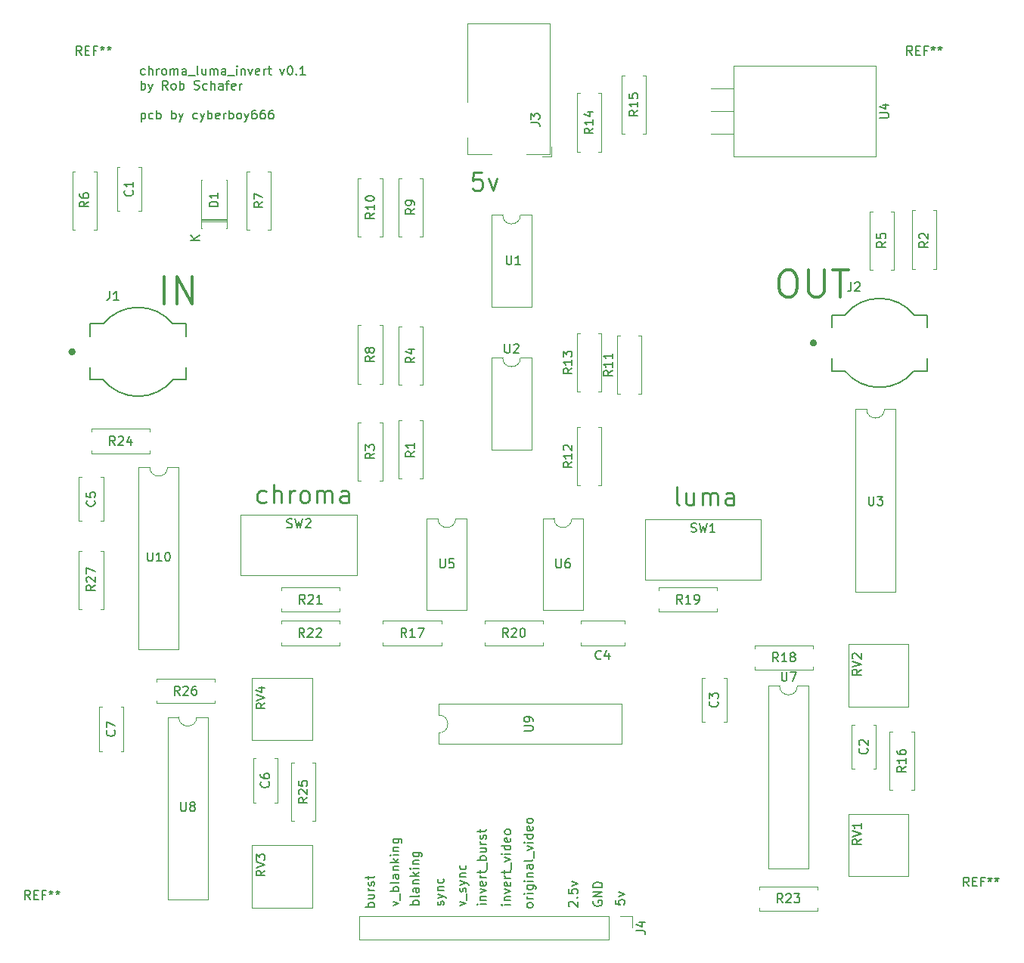
<source format=gbr>
G04 #@! TF.GenerationSoftware,KiCad,Pcbnew,(5.1.4-0-10_14)*
G04 #@! TF.CreationDate,2020-06-13T20:06:41+02:00*
G04 #@! TF.ProjectId,chroma_luma_invert,6368726f-6d61-45f6-9c75-6d615f696e76,rev?*
G04 #@! TF.SameCoordinates,Original*
G04 #@! TF.FileFunction,Legend,Top*
G04 #@! TF.FilePolarity,Positive*
%FSLAX46Y46*%
G04 Gerber Fmt 4.6, Leading zero omitted, Abs format (unit mm)*
G04 Created by KiCad (PCBNEW (5.1.4-0-10_14)) date 2020-06-13 20:06:41*
%MOMM*%
%LPD*%
G04 APERTURE LIST*
%ADD10C,0.150000*%
%ADD11C,0.250000*%
%ADD12C,0.350000*%
%ADD13C,0.120000*%
%ADD14C,0.400000*%
%ADD15C,0.127000*%
%ADD16C,0.200000*%
G04 APERTURE END LIST*
D10*
X114264166Y-36929761D02*
X114168928Y-36977380D01*
X113978452Y-36977380D01*
X113883214Y-36929761D01*
X113835595Y-36882142D01*
X113787976Y-36786904D01*
X113787976Y-36501190D01*
X113835595Y-36405952D01*
X113883214Y-36358333D01*
X113978452Y-36310714D01*
X114168928Y-36310714D01*
X114264166Y-36358333D01*
X114692738Y-36977380D02*
X114692738Y-35977380D01*
X115121309Y-36977380D02*
X115121309Y-36453571D01*
X115073690Y-36358333D01*
X114978452Y-36310714D01*
X114835595Y-36310714D01*
X114740357Y-36358333D01*
X114692738Y-36405952D01*
X115597500Y-36977380D02*
X115597500Y-36310714D01*
X115597500Y-36501190D02*
X115645119Y-36405952D01*
X115692738Y-36358333D01*
X115787976Y-36310714D01*
X115883214Y-36310714D01*
X116359404Y-36977380D02*
X116264166Y-36929761D01*
X116216547Y-36882142D01*
X116168928Y-36786904D01*
X116168928Y-36501190D01*
X116216547Y-36405952D01*
X116264166Y-36358333D01*
X116359404Y-36310714D01*
X116502261Y-36310714D01*
X116597500Y-36358333D01*
X116645119Y-36405952D01*
X116692738Y-36501190D01*
X116692738Y-36786904D01*
X116645119Y-36882142D01*
X116597500Y-36929761D01*
X116502261Y-36977380D01*
X116359404Y-36977380D01*
X117121309Y-36977380D02*
X117121309Y-36310714D01*
X117121309Y-36405952D02*
X117168928Y-36358333D01*
X117264166Y-36310714D01*
X117407023Y-36310714D01*
X117502261Y-36358333D01*
X117549880Y-36453571D01*
X117549880Y-36977380D01*
X117549880Y-36453571D02*
X117597500Y-36358333D01*
X117692738Y-36310714D01*
X117835595Y-36310714D01*
X117930833Y-36358333D01*
X117978452Y-36453571D01*
X117978452Y-36977380D01*
X118883214Y-36977380D02*
X118883214Y-36453571D01*
X118835595Y-36358333D01*
X118740357Y-36310714D01*
X118549880Y-36310714D01*
X118454642Y-36358333D01*
X118883214Y-36929761D02*
X118787976Y-36977380D01*
X118549880Y-36977380D01*
X118454642Y-36929761D01*
X118407023Y-36834523D01*
X118407023Y-36739285D01*
X118454642Y-36644047D01*
X118549880Y-36596428D01*
X118787976Y-36596428D01*
X118883214Y-36548809D01*
X119121309Y-37072619D02*
X119883214Y-37072619D01*
X120264166Y-36977380D02*
X120168928Y-36929761D01*
X120121309Y-36834523D01*
X120121309Y-35977380D01*
X121073690Y-36310714D02*
X121073690Y-36977380D01*
X120645119Y-36310714D02*
X120645119Y-36834523D01*
X120692738Y-36929761D01*
X120787976Y-36977380D01*
X120930833Y-36977380D01*
X121026071Y-36929761D01*
X121073690Y-36882142D01*
X121549880Y-36977380D02*
X121549880Y-36310714D01*
X121549880Y-36405952D02*
X121597500Y-36358333D01*
X121692738Y-36310714D01*
X121835595Y-36310714D01*
X121930833Y-36358333D01*
X121978452Y-36453571D01*
X121978452Y-36977380D01*
X121978452Y-36453571D02*
X122026071Y-36358333D01*
X122121309Y-36310714D01*
X122264166Y-36310714D01*
X122359404Y-36358333D01*
X122407023Y-36453571D01*
X122407023Y-36977380D01*
X123311785Y-36977380D02*
X123311785Y-36453571D01*
X123264166Y-36358333D01*
X123168928Y-36310714D01*
X122978452Y-36310714D01*
X122883214Y-36358333D01*
X123311785Y-36929761D02*
X123216547Y-36977380D01*
X122978452Y-36977380D01*
X122883214Y-36929761D01*
X122835595Y-36834523D01*
X122835595Y-36739285D01*
X122883214Y-36644047D01*
X122978452Y-36596428D01*
X123216547Y-36596428D01*
X123311785Y-36548809D01*
X123549880Y-37072619D02*
X124311785Y-37072619D01*
X124549880Y-36977380D02*
X124549880Y-36310714D01*
X124549880Y-35977380D02*
X124502261Y-36025000D01*
X124549880Y-36072619D01*
X124597500Y-36025000D01*
X124549880Y-35977380D01*
X124549880Y-36072619D01*
X125026071Y-36310714D02*
X125026071Y-36977380D01*
X125026071Y-36405952D02*
X125073690Y-36358333D01*
X125168928Y-36310714D01*
X125311785Y-36310714D01*
X125407023Y-36358333D01*
X125454642Y-36453571D01*
X125454642Y-36977380D01*
X125835595Y-36310714D02*
X126073690Y-36977380D01*
X126311785Y-36310714D01*
X127073690Y-36929761D02*
X126978452Y-36977380D01*
X126787976Y-36977380D01*
X126692738Y-36929761D01*
X126645119Y-36834523D01*
X126645119Y-36453571D01*
X126692738Y-36358333D01*
X126787976Y-36310714D01*
X126978452Y-36310714D01*
X127073690Y-36358333D01*
X127121309Y-36453571D01*
X127121309Y-36548809D01*
X126645119Y-36644047D01*
X127549880Y-36977380D02*
X127549880Y-36310714D01*
X127549880Y-36501190D02*
X127597500Y-36405952D01*
X127645119Y-36358333D01*
X127740357Y-36310714D01*
X127835595Y-36310714D01*
X128026071Y-36310714D02*
X128407023Y-36310714D01*
X128168928Y-35977380D02*
X128168928Y-36834523D01*
X128216547Y-36929761D01*
X128311785Y-36977380D01*
X128407023Y-36977380D01*
X129407023Y-36310714D02*
X129645119Y-36977380D01*
X129883214Y-36310714D01*
X130454642Y-35977380D02*
X130549880Y-35977380D01*
X130645119Y-36025000D01*
X130692738Y-36072619D01*
X130740357Y-36167857D01*
X130787976Y-36358333D01*
X130787976Y-36596428D01*
X130740357Y-36786904D01*
X130692738Y-36882142D01*
X130645119Y-36929761D01*
X130549880Y-36977380D01*
X130454642Y-36977380D01*
X130359404Y-36929761D01*
X130311785Y-36882142D01*
X130264166Y-36786904D01*
X130216547Y-36596428D01*
X130216547Y-36358333D01*
X130264166Y-36167857D01*
X130311785Y-36072619D01*
X130359404Y-36025000D01*
X130454642Y-35977380D01*
X131216547Y-36882142D02*
X131264166Y-36929761D01*
X131216547Y-36977380D01*
X131168928Y-36929761D01*
X131216547Y-36882142D01*
X131216547Y-36977380D01*
X132216547Y-36977380D02*
X131645119Y-36977380D01*
X131930833Y-36977380D02*
X131930833Y-35977380D01*
X131835595Y-36120238D01*
X131740357Y-36215476D01*
X131645119Y-36263095D01*
X113835595Y-38627380D02*
X113835595Y-37627380D01*
X113835595Y-38008333D02*
X113930833Y-37960714D01*
X114121309Y-37960714D01*
X114216547Y-38008333D01*
X114264166Y-38055952D01*
X114311785Y-38151190D01*
X114311785Y-38436904D01*
X114264166Y-38532142D01*
X114216547Y-38579761D01*
X114121309Y-38627380D01*
X113930833Y-38627380D01*
X113835595Y-38579761D01*
X114645119Y-37960714D02*
X114883214Y-38627380D01*
X115121309Y-37960714D02*
X114883214Y-38627380D01*
X114787976Y-38865476D01*
X114740357Y-38913095D01*
X114645119Y-38960714D01*
X116835595Y-38627380D02*
X116502261Y-38151190D01*
X116264166Y-38627380D02*
X116264166Y-37627380D01*
X116645119Y-37627380D01*
X116740357Y-37675000D01*
X116787976Y-37722619D01*
X116835595Y-37817857D01*
X116835595Y-37960714D01*
X116787976Y-38055952D01*
X116740357Y-38103571D01*
X116645119Y-38151190D01*
X116264166Y-38151190D01*
X117407023Y-38627380D02*
X117311785Y-38579761D01*
X117264166Y-38532142D01*
X117216547Y-38436904D01*
X117216547Y-38151190D01*
X117264166Y-38055952D01*
X117311785Y-38008333D01*
X117407023Y-37960714D01*
X117549880Y-37960714D01*
X117645119Y-38008333D01*
X117692738Y-38055952D01*
X117740357Y-38151190D01*
X117740357Y-38436904D01*
X117692738Y-38532142D01*
X117645119Y-38579761D01*
X117549880Y-38627380D01*
X117407023Y-38627380D01*
X118168928Y-38627380D02*
X118168928Y-37627380D01*
X118168928Y-38008333D02*
X118264166Y-37960714D01*
X118454642Y-37960714D01*
X118549880Y-38008333D01*
X118597500Y-38055952D01*
X118645119Y-38151190D01*
X118645119Y-38436904D01*
X118597500Y-38532142D01*
X118549880Y-38579761D01*
X118454642Y-38627380D01*
X118264166Y-38627380D01*
X118168928Y-38579761D01*
X119787976Y-38579761D02*
X119930833Y-38627380D01*
X120168928Y-38627380D01*
X120264166Y-38579761D01*
X120311785Y-38532142D01*
X120359404Y-38436904D01*
X120359404Y-38341666D01*
X120311785Y-38246428D01*
X120264166Y-38198809D01*
X120168928Y-38151190D01*
X119978452Y-38103571D01*
X119883214Y-38055952D01*
X119835595Y-38008333D01*
X119787976Y-37913095D01*
X119787976Y-37817857D01*
X119835595Y-37722619D01*
X119883214Y-37675000D01*
X119978452Y-37627380D01*
X120216547Y-37627380D01*
X120359404Y-37675000D01*
X121216547Y-38579761D02*
X121121309Y-38627380D01*
X120930833Y-38627380D01*
X120835595Y-38579761D01*
X120787976Y-38532142D01*
X120740357Y-38436904D01*
X120740357Y-38151190D01*
X120787976Y-38055952D01*
X120835595Y-38008333D01*
X120930833Y-37960714D01*
X121121309Y-37960714D01*
X121216547Y-38008333D01*
X121645119Y-38627380D02*
X121645119Y-37627380D01*
X122073690Y-38627380D02*
X122073690Y-38103571D01*
X122026071Y-38008333D01*
X121930833Y-37960714D01*
X121787976Y-37960714D01*
X121692738Y-38008333D01*
X121645119Y-38055952D01*
X122978452Y-38627380D02*
X122978452Y-38103571D01*
X122930833Y-38008333D01*
X122835595Y-37960714D01*
X122645119Y-37960714D01*
X122549880Y-38008333D01*
X122978452Y-38579761D02*
X122883214Y-38627380D01*
X122645119Y-38627380D01*
X122549880Y-38579761D01*
X122502261Y-38484523D01*
X122502261Y-38389285D01*
X122549880Y-38294047D01*
X122645119Y-38246428D01*
X122883214Y-38246428D01*
X122978452Y-38198809D01*
X123311785Y-37960714D02*
X123692738Y-37960714D01*
X123454642Y-38627380D02*
X123454642Y-37770238D01*
X123502261Y-37675000D01*
X123597500Y-37627380D01*
X123692738Y-37627380D01*
X124407023Y-38579761D02*
X124311785Y-38627380D01*
X124121309Y-38627380D01*
X124026071Y-38579761D01*
X123978452Y-38484523D01*
X123978452Y-38103571D01*
X124026071Y-38008333D01*
X124121309Y-37960714D01*
X124311785Y-37960714D01*
X124407023Y-38008333D01*
X124454642Y-38103571D01*
X124454642Y-38198809D01*
X123978452Y-38294047D01*
X124883214Y-38627380D02*
X124883214Y-37960714D01*
X124883214Y-38151190D02*
X124930833Y-38055952D01*
X124978452Y-38008333D01*
X125073690Y-37960714D01*
X125168928Y-37960714D01*
X113835595Y-41260714D02*
X113835595Y-42260714D01*
X113835595Y-41308333D02*
X113930833Y-41260714D01*
X114121309Y-41260714D01*
X114216547Y-41308333D01*
X114264166Y-41355952D01*
X114311785Y-41451190D01*
X114311785Y-41736904D01*
X114264166Y-41832142D01*
X114216547Y-41879761D01*
X114121309Y-41927380D01*
X113930833Y-41927380D01*
X113835595Y-41879761D01*
X115168928Y-41879761D02*
X115073690Y-41927380D01*
X114883214Y-41927380D01*
X114787976Y-41879761D01*
X114740357Y-41832142D01*
X114692738Y-41736904D01*
X114692738Y-41451190D01*
X114740357Y-41355952D01*
X114787976Y-41308333D01*
X114883214Y-41260714D01*
X115073690Y-41260714D01*
X115168928Y-41308333D01*
X115597500Y-41927380D02*
X115597500Y-40927380D01*
X115597500Y-41308333D02*
X115692738Y-41260714D01*
X115883214Y-41260714D01*
X115978452Y-41308333D01*
X116026071Y-41355952D01*
X116073690Y-41451190D01*
X116073690Y-41736904D01*
X116026071Y-41832142D01*
X115978452Y-41879761D01*
X115883214Y-41927380D01*
X115692738Y-41927380D01*
X115597500Y-41879761D01*
X117264166Y-41927380D02*
X117264166Y-40927380D01*
X117264166Y-41308333D02*
X117359404Y-41260714D01*
X117549880Y-41260714D01*
X117645119Y-41308333D01*
X117692738Y-41355952D01*
X117740357Y-41451190D01*
X117740357Y-41736904D01*
X117692738Y-41832142D01*
X117645119Y-41879761D01*
X117549880Y-41927380D01*
X117359404Y-41927380D01*
X117264166Y-41879761D01*
X118073690Y-41260714D02*
X118311785Y-41927380D01*
X118549880Y-41260714D02*
X118311785Y-41927380D01*
X118216547Y-42165476D01*
X118168928Y-42213095D01*
X118073690Y-42260714D01*
X120121309Y-41879761D02*
X120026071Y-41927380D01*
X119835595Y-41927380D01*
X119740357Y-41879761D01*
X119692738Y-41832142D01*
X119645119Y-41736904D01*
X119645119Y-41451190D01*
X119692738Y-41355952D01*
X119740357Y-41308333D01*
X119835595Y-41260714D01*
X120026071Y-41260714D01*
X120121309Y-41308333D01*
X120454642Y-41260714D02*
X120692738Y-41927380D01*
X120930833Y-41260714D02*
X120692738Y-41927380D01*
X120597500Y-42165476D01*
X120549880Y-42213095D01*
X120454642Y-42260714D01*
X121311785Y-41927380D02*
X121311785Y-40927380D01*
X121311785Y-41308333D02*
X121407023Y-41260714D01*
X121597500Y-41260714D01*
X121692738Y-41308333D01*
X121740357Y-41355952D01*
X121787976Y-41451190D01*
X121787976Y-41736904D01*
X121740357Y-41832142D01*
X121692738Y-41879761D01*
X121597500Y-41927380D01*
X121407023Y-41927380D01*
X121311785Y-41879761D01*
X122597500Y-41879761D02*
X122502261Y-41927380D01*
X122311785Y-41927380D01*
X122216547Y-41879761D01*
X122168928Y-41784523D01*
X122168928Y-41403571D01*
X122216547Y-41308333D01*
X122311785Y-41260714D01*
X122502261Y-41260714D01*
X122597500Y-41308333D01*
X122645119Y-41403571D01*
X122645119Y-41498809D01*
X122168928Y-41594047D01*
X123073690Y-41927380D02*
X123073690Y-41260714D01*
X123073690Y-41451190D02*
X123121309Y-41355952D01*
X123168928Y-41308333D01*
X123264166Y-41260714D01*
X123359404Y-41260714D01*
X123692738Y-41927380D02*
X123692738Y-40927380D01*
X123692738Y-41308333D02*
X123787976Y-41260714D01*
X123978452Y-41260714D01*
X124073690Y-41308333D01*
X124121309Y-41355952D01*
X124168928Y-41451190D01*
X124168928Y-41736904D01*
X124121309Y-41832142D01*
X124073690Y-41879761D01*
X123978452Y-41927380D01*
X123787976Y-41927380D01*
X123692738Y-41879761D01*
X124740357Y-41927380D02*
X124645119Y-41879761D01*
X124597500Y-41832142D01*
X124549880Y-41736904D01*
X124549880Y-41451190D01*
X124597500Y-41355952D01*
X124645119Y-41308333D01*
X124740357Y-41260714D01*
X124883214Y-41260714D01*
X124978452Y-41308333D01*
X125026071Y-41355952D01*
X125073690Y-41451190D01*
X125073690Y-41736904D01*
X125026071Y-41832142D01*
X124978452Y-41879761D01*
X124883214Y-41927380D01*
X124740357Y-41927380D01*
X125407023Y-41260714D02*
X125645119Y-41927380D01*
X125883214Y-41260714D02*
X125645119Y-41927380D01*
X125549880Y-42165476D01*
X125502261Y-42213095D01*
X125407023Y-42260714D01*
X126692738Y-40927380D02*
X126502261Y-40927380D01*
X126407023Y-40975000D01*
X126359404Y-41022619D01*
X126264166Y-41165476D01*
X126216547Y-41355952D01*
X126216547Y-41736904D01*
X126264166Y-41832142D01*
X126311785Y-41879761D01*
X126407023Y-41927380D01*
X126597500Y-41927380D01*
X126692738Y-41879761D01*
X126740357Y-41832142D01*
X126787976Y-41736904D01*
X126787976Y-41498809D01*
X126740357Y-41403571D01*
X126692738Y-41355952D01*
X126597500Y-41308333D01*
X126407023Y-41308333D01*
X126311785Y-41355952D01*
X126264166Y-41403571D01*
X126216547Y-41498809D01*
X127645119Y-40927380D02*
X127454642Y-40927380D01*
X127359404Y-40975000D01*
X127311785Y-41022619D01*
X127216547Y-41165476D01*
X127168928Y-41355952D01*
X127168928Y-41736904D01*
X127216547Y-41832142D01*
X127264166Y-41879761D01*
X127359404Y-41927380D01*
X127549880Y-41927380D01*
X127645119Y-41879761D01*
X127692738Y-41832142D01*
X127740357Y-41736904D01*
X127740357Y-41498809D01*
X127692738Y-41403571D01*
X127645119Y-41355952D01*
X127549880Y-41308333D01*
X127359404Y-41308333D01*
X127264166Y-41355952D01*
X127216547Y-41403571D01*
X127168928Y-41498809D01*
X128597500Y-40927380D02*
X128407023Y-40927380D01*
X128311785Y-40975000D01*
X128264166Y-41022619D01*
X128168928Y-41165476D01*
X128121309Y-41355952D01*
X128121309Y-41736904D01*
X128168928Y-41832142D01*
X128216547Y-41879761D01*
X128311785Y-41927380D01*
X128502261Y-41927380D01*
X128597500Y-41879761D01*
X128645119Y-41832142D01*
X128692738Y-41736904D01*
X128692738Y-41498809D01*
X128645119Y-41403571D01*
X128597500Y-41355952D01*
X128502261Y-41308333D01*
X128311785Y-41308333D01*
X128216547Y-41355952D01*
X128168928Y-41403571D01*
X128121309Y-41498809D01*
X164500000Y-129511904D02*
X164452380Y-129607142D01*
X164452380Y-129750000D01*
X164500000Y-129892857D01*
X164595238Y-129988095D01*
X164690476Y-130035714D01*
X164880952Y-130083333D01*
X165023809Y-130083333D01*
X165214285Y-130035714D01*
X165309523Y-129988095D01*
X165404761Y-129892857D01*
X165452380Y-129750000D01*
X165452380Y-129654761D01*
X165404761Y-129511904D01*
X165357142Y-129464285D01*
X165023809Y-129464285D01*
X165023809Y-129654761D01*
X165452380Y-129035714D02*
X164452380Y-129035714D01*
X165452380Y-128464285D01*
X164452380Y-128464285D01*
X165452380Y-127988095D02*
X164452380Y-127988095D01*
X164452380Y-127750000D01*
X164500000Y-127607142D01*
X164595238Y-127511904D01*
X164690476Y-127464285D01*
X164880952Y-127416666D01*
X165023809Y-127416666D01*
X165214285Y-127464285D01*
X165309523Y-127511904D01*
X165404761Y-127607142D01*
X165452380Y-127750000D01*
X165452380Y-127988095D01*
X166952380Y-129392857D02*
X166952380Y-129869047D01*
X167428571Y-129916666D01*
X167380952Y-129869047D01*
X167333333Y-129773809D01*
X167333333Y-129535714D01*
X167380952Y-129440476D01*
X167428571Y-129392857D01*
X167523809Y-129345238D01*
X167761904Y-129345238D01*
X167857142Y-129392857D01*
X167904761Y-129440476D01*
X167952380Y-129535714D01*
X167952380Y-129773809D01*
X167904761Y-129869047D01*
X167857142Y-129916666D01*
X167285714Y-129011904D02*
X167952380Y-128773809D01*
X167285714Y-128535714D01*
X161797619Y-130130952D02*
X161750000Y-130083333D01*
X161702380Y-129988095D01*
X161702380Y-129750000D01*
X161750000Y-129654761D01*
X161797619Y-129607142D01*
X161892857Y-129559523D01*
X161988095Y-129559523D01*
X162130952Y-129607142D01*
X162702380Y-130178571D01*
X162702380Y-129559523D01*
X162607142Y-129130952D02*
X162654761Y-129083333D01*
X162702380Y-129130952D01*
X162654761Y-129178571D01*
X162607142Y-129130952D01*
X162702380Y-129130952D01*
X161702380Y-128178571D02*
X161702380Y-128654761D01*
X162178571Y-128702380D01*
X162130952Y-128654761D01*
X162083333Y-128559523D01*
X162083333Y-128321428D01*
X162130952Y-128226190D01*
X162178571Y-128178571D01*
X162273809Y-128130952D01*
X162511904Y-128130952D01*
X162607142Y-128178571D01*
X162654761Y-128226190D01*
X162702380Y-128321428D01*
X162702380Y-128559523D01*
X162654761Y-128654761D01*
X162607142Y-128702380D01*
X162035714Y-127797619D02*
X162702380Y-127559523D01*
X162035714Y-127321428D01*
X157702380Y-130059523D02*
X157654761Y-130154761D01*
X157607142Y-130202380D01*
X157511904Y-130250000D01*
X157226190Y-130250000D01*
X157130952Y-130202380D01*
X157083333Y-130154761D01*
X157035714Y-130059523D01*
X157035714Y-129916666D01*
X157083333Y-129821428D01*
X157130952Y-129773809D01*
X157226190Y-129726190D01*
X157511904Y-129726190D01*
X157607142Y-129773809D01*
X157654761Y-129821428D01*
X157702380Y-129916666D01*
X157702380Y-130059523D01*
X157702380Y-129297619D02*
X157035714Y-129297619D01*
X157226190Y-129297619D02*
X157130952Y-129250000D01*
X157083333Y-129202380D01*
X157035714Y-129107142D01*
X157035714Y-129011904D01*
X157702380Y-128678571D02*
X157035714Y-128678571D01*
X156702380Y-128678571D02*
X156750000Y-128726190D01*
X156797619Y-128678571D01*
X156750000Y-128630952D01*
X156702380Y-128678571D01*
X156797619Y-128678571D01*
X157035714Y-127773809D02*
X157845238Y-127773809D01*
X157940476Y-127821428D01*
X157988095Y-127869047D01*
X158035714Y-127964285D01*
X158035714Y-128107142D01*
X157988095Y-128202380D01*
X157654761Y-127773809D02*
X157702380Y-127869047D01*
X157702380Y-128059523D01*
X157654761Y-128154761D01*
X157607142Y-128202380D01*
X157511904Y-128250000D01*
X157226190Y-128250000D01*
X157130952Y-128202380D01*
X157083333Y-128154761D01*
X157035714Y-128059523D01*
X157035714Y-127869047D01*
X157083333Y-127773809D01*
X157702380Y-127297619D02*
X157035714Y-127297619D01*
X156702380Y-127297619D02*
X156750000Y-127345238D01*
X156797619Y-127297619D01*
X156750000Y-127250000D01*
X156702380Y-127297619D01*
X156797619Y-127297619D01*
X157035714Y-126821428D02*
X157702380Y-126821428D01*
X157130952Y-126821428D02*
X157083333Y-126773809D01*
X157035714Y-126678571D01*
X157035714Y-126535714D01*
X157083333Y-126440476D01*
X157178571Y-126392857D01*
X157702380Y-126392857D01*
X157702380Y-125488095D02*
X157178571Y-125488095D01*
X157083333Y-125535714D01*
X157035714Y-125630952D01*
X157035714Y-125821428D01*
X157083333Y-125916666D01*
X157654761Y-125488095D02*
X157702380Y-125583333D01*
X157702380Y-125821428D01*
X157654761Y-125916666D01*
X157559523Y-125964285D01*
X157464285Y-125964285D01*
X157369047Y-125916666D01*
X157321428Y-125821428D01*
X157321428Y-125583333D01*
X157273809Y-125488095D01*
X157702380Y-124869047D02*
X157654761Y-124964285D01*
X157559523Y-125011904D01*
X156702380Y-125011904D01*
X157797619Y-124726190D02*
X157797619Y-123964285D01*
X157035714Y-123821428D02*
X157702380Y-123583333D01*
X157035714Y-123345238D01*
X157702380Y-122964285D02*
X157035714Y-122964285D01*
X156702380Y-122964285D02*
X156750000Y-123011904D01*
X156797619Y-122964285D01*
X156750000Y-122916666D01*
X156702380Y-122964285D01*
X156797619Y-122964285D01*
X157702380Y-122059523D02*
X156702380Y-122059523D01*
X157654761Y-122059523D02*
X157702380Y-122154761D01*
X157702380Y-122345238D01*
X157654761Y-122440476D01*
X157607142Y-122488095D01*
X157511904Y-122535714D01*
X157226190Y-122535714D01*
X157130952Y-122488095D01*
X157083333Y-122440476D01*
X157035714Y-122345238D01*
X157035714Y-122154761D01*
X157083333Y-122059523D01*
X157654761Y-121202380D02*
X157702380Y-121297619D01*
X157702380Y-121488095D01*
X157654761Y-121583333D01*
X157559523Y-121630952D01*
X157178571Y-121630952D01*
X157083333Y-121583333D01*
X157035714Y-121488095D01*
X157035714Y-121297619D01*
X157083333Y-121202380D01*
X157178571Y-121154761D01*
X157273809Y-121154761D01*
X157369047Y-121630952D01*
X157702380Y-120583333D02*
X157654761Y-120678571D01*
X157607142Y-120726190D01*
X157511904Y-120773809D01*
X157226190Y-120773809D01*
X157130952Y-120726190D01*
X157083333Y-120678571D01*
X157035714Y-120583333D01*
X157035714Y-120440476D01*
X157083333Y-120345238D01*
X157130952Y-120297619D01*
X157226190Y-120250000D01*
X157511904Y-120250000D01*
X157607142Y-120297619D01*
X157654761Y-120345238D01*
X157702380Y-120440476D01*
X157702380Y-120583333D01*
X155202380Y-129940476D02*
X154535714Y-129940476D01*
X154202380Y-129940476D02*
X154250000Y-129988095D01*
X154297619Y-129940476D01*
X154250000Y-129892857D01*
X154202380Y-129940476D01*
X154297619Y-129940476D01*
X154535714Y-129464285D02*
X155202380Y-129464285D01*
X154630952Y-129464285D02*
X154583333Y-129416666D01*
X154535714Y-129321428D01*
X154535714Y-129178571D01*
X154583333Y-129083333D01*
X154678571Y-129035714D01*
X155202380Y-129035714D01*
X154535714Y-128654761D02*
X155202380Y-128416666D01*
X154535714Y-128178571D01*
X155154761Y-127416666D02*
X155202380Y-127511904D01*
X155202380Y-127702380D01*
X155154761Y-127797619D01*
X155059523Y-127845238D01*
X154678571Y-127845238D01*
X154583333Y-127797619D01*
X154535714Y-127702380D01*
X154535714Y-127511904D01*
X154583333Y-127416666D01*
X154678571Y-127369047D01*
X154773809Y-127369047D01*
X154869047Y-127845238D01*
X155202380Y-126940476D02*
X154535714Y-126940476D01*
X154726190Y-126940476D02*
X154630952Y-126892857D01*
X154583333Y-126845238D01*
X154535714Y-126750000D01*
X154535714Y-126654761D01*
X154535714Y-126464285D02*
X154535714Y-126083333D01*
X154202380Y-126321428D02*
X155059523Y-126321428D01*
X155154761Y-126273809D01*
X155202380Y-126178571D01*
X155202380Y-126083333D01*
X155297619Y-125988095D02*
X155297619Y-125226190D01*
X154535714Y-125083333D02*
X155202380Y-124845238D01*
X154535714Y-124607142D01*
X155202380Y-124226190D02*
X154535714Y-124226190D01*
X154202380Y-124226190D02*
X154250000Y-124273809D01*
X154297619Y-124226190D01*
X154250000Y-124178571D01*
X154202380Y-124226190D01*
X154297619Y-124226190D01*
X155202380Y-123321428D02*
X154202380Y-123321428D01*
X155154761Y-123321428D02*
X155202380Y-123416666D01*
X155202380Y-123607142D01*
X155154761Y-123702380D01*
X155107142Y-123750000D01*
X155011904Y-123797619D01*
X154726190Y-123797619D01*
X154630952Y-123750000D01*
X154583333Y-123702380D01*
X154535714Y-123607142D01*
X154535714Y-123416666D01*
X154583333Y-123321428D01*
X155154761Y-122464285D02*
X155202380Y-122559523D01*
X155202380Y-122750000D01*
X155154761Y-122845238D01*
X155059523Y-122892857D01*
X154678571Y-122892857D01*
X154583333Y-122845238D01*
X154535714Y-122750000D01*
X154535714Y-122559523D01*
X154583333Y-122464285D01*
X154678571Y-122416666D01*
X154773809Y-122416666D01*
X154869047Y-122892857D01*
X155202380Y-121845238D02*
X155154761Y-121940476D01*
X155107142Y-121988095D01*
X155011904Y-122035714D01*
X154726190Y-122035714D01*
X154630952Y-121988095D01*
X154583333Y-121940476D01*
X154535714Y-121845238D01*
X154535714Y-121702380D01*
X154583333Y-121607142D01*
X154630952Y-121559523D01*
X154726190Y-121511904D01*
X155011904Y-121511904D01*
X155107142Y-121559523D01*
X155154761Y-121607142D01*
X155202380Y-121702380D01*
X155202380Y-121845238D01*
X152452380Y-129892857D02*
X151785714Y-129892857D01*
X151452380Y-129892857D02*
X151500000Y-129940476D01*
X151547619Y-129892857D01*
X151500000Y-129845238D01*
X151452380Y-129892857D01*
X151547619Y-129892857D01*
X151785714Y-129416666D02*
X152452380Y-129416666D01*
X151880952Y-129416666D02*
X151833333Y-129369047D01*
X151785714Y-129273809D01*
X151785714Y-129130952D01*
X151833333Y-129035714D01*
X151928571Y-128988095D01*
X152452380Y-128988095D01*
X151785714Y-128607142D02*
X152452380Y-128369047D01*
X151785714Y-128130952D01*
X152404761Y-127369047D02*
X152452380Y-127464285D01*
X152452380Y-127654761D01*
X152404761Y-127750000D01*
X152309523Y-127797619D01*
X151928571Y-127797619D01*
X151833333Y-127750000D01*
X151785714Y-127654761D01*
X151785714Y-127464285D01*
X151833333Y-127369047D01*
X151928571Y-127321428D01*
X152023809Y-127321428D01*
X152119047Y-127797619D01*
X152452380Y-126892857D02*
X151785714Y-126892857D01*
X151976190Y-126892857D02*
X151880952Y-126845238D01*
X151833333Y-126797619D01*
X151785714Y-126702380D01*
X151785714Y-126607142D01*
X151785714Y-126416666D02*
X151785714Y-126035714D01*
X151452380Y-126273809D02*
X152309523Y-126273809D01*
X152404761Y-126226190D01*
X152452380Y-126130952D01*
X152452380Y-126035714D01*
X152547619Y-125940476D02*
X152547619Y-125178571D01*
X152452380Y-124940476D02*
X151452380Y-124940476D01*
X151833333Y-124940476D02*
X151785714Y-124845238D01*
X151785714Y-124654761D01*
X151833333Y-124559523D01*
X151880952Y-124511904D01*
X151976190Y-124464285D01*
X152261904Y-124464285D01*
X152357142Y-124511904D01*
X152404761Y-124559523D01*
X152452380Y-124654761D01*
X152452380Y-124845238D01*
X152404761Y-124940476D01*
X151785714Y-123607142D02*
X152452380Y-123607142D01*
X151785714Y-124035714D02*
X152309523Y-124035714D01*
X152404761Y-123988095D01*
X152452380Y-123892857D01*
X152452380Y-123750000D01*
X152404761Y-123654761D01*
X152357142Y-123607142D01*
X152452380Y-123130952D02*
X151785714Y-123130952D01*
X151976190Y-123130952D02*
X151880952Y-123083333D01*
X151833333Y-123035714D01*
X151785714Y-122940476D01*
X151785714Y-122845238D01*
X152404761Y-122559523D02*
X152452380Y-122464285D01*
X152452380Y-122273809D01*
X152404761Y-122178571D01*
X152309523Y-122130952D01*
X152261904Y-122130952D01*
X152166666Y-122178571D01*
X152119047Y-122273809D01*
X152119047Y-122416666D01*
X152071428Y-122511904D01*
X151976190Y-122559523D01*
X151928571Y-122559523D01*
X151833333Y-122511904D01*
X151785714Y-122416666D01*
X151785714Y-122273809D01*
X151833333Y-122178571D01*
X151785714Y-121845238D02*
X151785714Y-121464285D01*
X151452380Y-121702380D02*
X152309523Y-121702380D01*
X152404761Y-121654761D01*
X152452380Y-121559523D01*
X152452380Y-121464285D01*
X149535714Y-130035714D02*
X150202380Y-129797619D01*
X149535714Y-129559523D01*
X150297619Y-129416666D02*
X150297619Y-128654761D01*
X150154761Y-128464285D02*
X150202380Y-128369047D01*
X150202380Y-128178571D01*
X150154761Y-128083333D01*
X150059523Y-128035714D01*
X150011904Y-128035714D01*
X149916666Y-128083333D01*
X149869047Y-128178571D01*
X149869047Y-128321428D01*
X149821428Y-128416666D01*
X149726190Y-128464285D01*
X149678571Y-128464285D01*
X149583333Y-128416666D01*
X149535714Y-128321428D01*
X149535714Y-128178571D01*
X149583333Y-128083333D01*
X149535714Y-127702380D02*
X150202380Y-127464285D01*
X149535714Y-127226190D02*
X150202380Y-127464285D01*
X150440476Y-127559523D01*
X150488095Y-127607142D01*
X150535714Y-127702380D01*
X149535714Y-126845238D02*
X150202380Y-126845238D01*
X149630952Y-126845238D02*
X149583333Y-126797619D01*
X149535714Y-126702380D01*
X149535714Y-126559523D01*
X149583333Y-126464285D01*
X149678571Y-126416666D01*
X150202380Y-126416666D01*
X150154761Y-125511904D02*
X150202380Y-125607142D01*
X150202380Y-125797619D01*
X150154761Y-125892857D01*
X150107142Y-125940476D01*
X150011904Y-125988095D01*
X149726190Y-125988095D01*
X149630952Y-125940476D01*
X149583333Y-125892857D01*
X149535714Y-125797619D01*
X149535714Y-125607142D01*
X149583333Y-125511904D01*
X147654761Y-129976190D02*
X147702380Y-129880952D01*
X147702380Y-129690476D01*
X147654761Y-129595238D01*
X147559523Y-129547619D01*
X147511904Y-129547619D01*
X147416666Y-129595238D01*
X147369047Y-129690476D01*
X147369047Y-129833333D01*
X147321428Y-129928571D01*
X147226190Y-129976190D01*
X147178571Y-129976190D01*
X147083333Y-129928571D01*
X147035714Y-129833333D01*
X147035714Y-129690476D01*
X147083333Y-129595238D01*
X147035714Y-129214285D02*
X147702380Y-128976190D01*
X147035714Y-128738095D02*
X147702380Y-128976190D01*
X147940476Y-129071428D01*
X147988095Y-129119047D01*
X148035714Y-129214285D01*
X147035714Y-128357142D02*
X147702380Y-128357142D01*
X147130952Y-128357142D02*
X147083333Y-128309523D01*
X147035714Y-128214285D01*
X147035714Y-128071428D01*
X147083333Y-127976190D01*
X147178571Y-127928571D01*
X147702380Y-127928571D01*
X147654761Y-127023809D02*
X147702380Y-127119047D01*
X147702380Y-127309523D01*
X147654761Y-127404761D01*
X147607142Y-127452380D01*
X147511904Y-127500000D01*
X147226190Y-127500000D01*
X147130952Y-127452380D01*
X147083333Y-127404761D01*
X147035714Y-127309523D01*
X147035714Y-127119047D01*
X147083333Y-127023809D01*
X144952380Y-129928571D02*
X143952380Y-129928571D01*
X144333333Y-129928571D02*
X144285714Y-129833333D01*
X144285714Y-129642857D01*
X144333333Y-129547619D01*
X144380952Y-129500000D01*
X144476190Y-129452380D01*
X144761904Y-129452380D01*
X144857142Y-129500000D01*
X144904761Y-129547619D01*
X144952380Y-129642857D01*
X144952380Y-129833333D01*
X144904761Y-129928571D01*
X144952380Y-128880952D02*
X144904761Y-128976190D01*
X144809523Y-129023809D01*
X143952380Y-129023809D01*
X144952380Y-128071428D02*
X144428571Y-128071428D01*
X144333333Y-128119047D01*
X144285714Y-128214285D01*
X144285714Y-128404761D01*
X144333333Y-128500000D01*
X144904761Y-128071428D02*
X144952380Y-128166666D01*
X144952380Y-128404761D01*
X144904761Y-128500000D01*
X144809523Y-128547619D01*
X144714285Y-128547619D01*
X144619047Y-128500000D01*
X144571428Y-128404761D01*
X144571428Y-128166666D01*
X144523809Y-128071428D01*
X144285714Y-127595238D02*
X144952380Y-127595238D01*
X144380952Y-127595238D02*
X144333333Y-127547619D01*
X144285714Y-127452380D01*
X144285714Y-127309523D01*
X144333333Y-127214285D01*
X144428571Y-127166666D01*
X144952380Y-127166666D01*
X144952380Y-126690476D02*
X143952380Y-126690476D01*
X144571428Y-126595238D02*
X144952380Y-126309523D01*
X144285714Y-126309523D02*
X144666666Y-126690476D01*
X144952380Y-125880952D02*
X144285714Y-125880952D01*
X143952380Y-125880952D02*
X144000000Y-125928571D01*
X144047619Y-125880952D01*
X144000000Y-125833333D01*
X143952380Y-125880952D01*
X144047619Y-125880952D01*
X144285714Y-125404761D02*
X144952380Y-125404761D01*
X144380952Y-125404761D02*
X144333333Y-125357142D01*
X144285714Y-125261904D01*
X144285714Y-125119047D01*
X144333333Y-125023809D01*
X144428571Y-124976190D01*
X144952380Y-124976190D01*
X144285714Y-124071428D02*
X145095238Y-124071428D01*
X145190476Y-124119047D01*
X145238095Y-124166666D01*
X145285714Y-124261904D01*
X145285714Y-124404761D01*
X145238095Y-124500000D01*
X144904761Y-124071428D02*
X144952380Y-124166666D01*
X144952380Y-124357142D01*
X144904761Y-124452380D01*
X144857142Y-124500000D01*
X144761904Y-124547619D01*
X144476190Y-124547619D01*
X144380952Y-124500000D01*
X144333333Y-124452380D01*
X144285714Y-124357142D01*
X144285714Y-124166666D01*
X144333333Y-124071428D01*
X142035714Y-130035714D02*
X142702380Y-129797619D01*
X142035714Y-129559523D01*
X142797619Y-129416666D02*
X142797619Y-128654761D01*
X142702380Y-128416666D02*
X141702380Y-128416666D01*
X142083333Y-128416666D02*
X142035714Y-128321428D01*
X142035714Y-128130952D01*
X142083333Y-128035714D01*
X142130952Y-127988095D01*
X142226190Y-127940476D01*
X142511904Y-127940476D01*
X142607142Y-127988095D01*
X142654761Y-128035714D01*
X142702380Y-128130952D01*
X142702380Y-128321428D01*
X142654761Y-128416666D01*
X142702380Y-127369047D02*
X142654761Y-127464285D01*
X142559523Y-127511904D01*
X141702380Y-127511904D01*
X142702380Y-126559523D02*
X142178571Y-126559523D01*
X142083333Y-126607142D01*
X142035714Y-126702380D01*
X142035714Y-126892857D01*
X142083333Y-126988095D01*
X142654761Y-126559523D02*
X142702380Y-126654761D01*
X142702380Y-126892857D01*
X142654761Y-126988095D01*
X142559523Y-127035714D01*
X142464285Y-127035714D01*
X142369047Y-126988095D01*
X142321428Y-126892857D01*
X142321428Y-126654761D01*
X142273809Y-126559523D01*
X142035714Y-126083333D02*
X142702380Y-126083333D01*
X142130952Y-126083333D02*
X142083333Y-126035714D01*
X142035714Y-125940476D01*
X142035714Y-125797619D01*
X142083333Y-125702380D01*
X142178571Y-125654761D01*
X142702380Y-125654761D01*
X142702380Y-125178571D02*
X141702380Y-125178571D01*
X142321428Y-125083333D02*
X142702380Y-124797619D01*
X142035714Y-124797619D02*
X142416666Y-125178571D01*
X142702380Y-124369047D02*
X142035714Y-124369047D01*
X141702380Y-124369047D02*
X141750000Y-124416666D01*
X141797619Y-124369047D01*
X141750000Y-124321428D01*
X141702380Y-124369047D01*
X141797619Y-124369047D01*
X142035714Y-123892857D02*
X142702380Y-123892857D01*
X142130952Y-123892857D02*
X142083333Y-123845238D01*
X142035714Y-123750000D01*
X142035714Y-123607142D01*
X142083333Y-123511904D01*
X142178571Y-123464285D01*
X142702380Y-123464285D01*
X142035714Y-122559523D02*
X142845238Y-122559523D01*
X142940476Y-122607142D01*
X142988095Y-122654761D01*
X143035714Y-122750000D01*
X143035714Y-122892857D01*
X142988095Y-122988095D01*
X142654761Y-122559523D02*
X142702380Y-122654761D01*
X142702380Y-122845238D01*
X142654761Y-122940476D01*
X142607142Y-122988095D01*
X142511904Y-123035714D01*
X142226190Y-123035714D01*
X142130952Y-122988095D01*
X142083333Y-122940476D01*
X142035714Y-122845238D01*
X142035714Y-122654761D01*
X142083333Y-122559523D01*
X139952380Y-130166666D02*
X138952380Y-130166666D01*
X139333333Y-130166666D02*
X139285714Y-130071428D01*
X139285714Y-129880952D01*
X139333333Y-129785714D01*
X139380952Y-129738095D01*
X139476190Y-129690476D01*
X139761904Y-129690476D01*
X139857142Y-129738095D01*
X139904761Y-129785714D01*
X139952380Y-129880952D01*
X139952380Y-130071428D01*
X139904761Y-130166666D01*
X139285714Y-128833333D02*
X139952380Y-128833333D01*
X139285714Y-129261904D02*
X139809523Y-129261904D01*
X139904761Y-129214285D01*
X139952380Y-129119047D01*
X139952380Y-128976190D01*
X139904761Y-128880952D01*
X139857142Y-128833333D01*
X139952380Y-128357142D02*
X139285714Y-128357142D01*
X139476190Y-128357142D02*
X139380952Y-128309523D01*
X139333333Y-128261904D01*
X139285714Y-128166666D01*
X139285714Y-128071428D01*
X139904761Y-127785714D02*
X139952380Y-127690476D01*
X139952380Y-127500000D01*
X139904761Y-127404761D01*
X139809523Y-127357142D01*
X139761904Y-127357142D01*
X139666666Y-127404761D01*
X139619047Y-127500000D01*
X139619047Y-127642857D01*
X139571428Y-127738095D01*
X139476190Y-127785714D01*
X139428571Y-127785714D01*
X139333333Y-127738095D01*
X139285714Y-127642857D01*
X139285714Y-127500000D01*
X139333333Y-127404761D01*
X139285714Y-127071428D02*
X139285714Y-126690476D01*
X138952380Y-126928571D02*
X139809523Y-126928571D01*
X139904761Y-126880952D01*
X139952380Y-126785714D01*
X139952380Y-126690476D01*
D11*
X127809523Y-84809523D02*
X127619047Y-84904761D01*
X127238095Y-84904761D01*
X127047619Y-84809523D01*
X126952380Y-84714285D01*
X126857142Y-84523809D01*
X126857142Y-83952380D01*
X126952380Y-83761904D01*
X127047619Y-83666666D01*
X127238095Y-83571428D01*
X127619047Y-83571428D01*
X127809523Y-83666666D01*
X128666666Y-84904761D02*
X128666666Y-82904761D01*
X129523809Y-84904761D02*
X129523809Y-83857142D01*
X129428571Y-83666666D01*
X129238095Y-83571428D01*
X128952380Y-83571428D01*
X128761904Y-83666666D01*
X128666666Y-83761904D01*
X130476190Y-84904761D02*
X130476190Y-83571428D01*
X130476190Y-83952380D02*
X130571428Y-83761904D01*
X130666666Y-83666666D01*
X130857142Y-83571428D01*
X131047619Y-83571428D01*
X132000000Y-84904761D02*
X131809523Y-84809523D01*
X131714285Y-84714285D01*
X131619047Y-84523809D01*
X131619047Y-83952380D01*
X131714285Y-83761904D01*
X131809523Y-83666666D01*
X132000000Y-83571428D01*
X132285714Y-83571428D01*
X132476190Y-83666666D01*
X132571428Y-83761904D01*
X132666666Y-83952380D01*
X132666666Y-84523809D01*
X132571428Y-84714285D01*
X132476190Y-84809523D01*
X132285714Y-84904761D01*
X132000000Y-84904761D01*
X133523809Y-84904761D02*
X133523809Y-83571428D01*
X133523809Y-83761904D02*
X133619047Y-83666666D01*
X133809523Y-83571428D01*
X134095238Y-83571428D01*
X134285714Y-83666666D01*
X134380952Y-83857142D01*
X134380952Y-84904761D01*
X134380952Y-83857142D02*
X134476190Y-83666666D01*
X134666666Y-83571428D01*
X134952380Y-83571428D01*
X135142857Y-83666666D01*
X135238095Y-83857142D01*
X135238095Y-84904761D01*
X137047619Y-84904761D02*
X137047619Y-83857142D01*
X136952380Y-83666666D01*
X136761904Y-83571428D01*
X136380952Y-83571428D01*
X136190476Y-83666666D01*
X137047619Y-84809523D02*
X136857142Y-84904761D01*
X136380952Y-84904761D01*
X136190476Y-84809523D01*
X136095238Y-84619047D01*
X136095238Y-84428571D01*
X136190476Y-84238095D01*
X136380952Y-84142857D01*
X136857142Y-84142857D01*
X137047619Y-84047619D01*
X174095238Y-85154761D02*
X173904761Y-85059523D01*
X173809523Y-84869047D01*
X173809523Y-83154761D01*
X175714285Y-83821428D02*
X175714285Y-85154761D01*
X174857142Y-83821428D02*
X174857142Y-84869047D01*
X174952380Y-85059523D01*
X175142857Y-85154761D01*
X175428571Y-85154761D01*
X175619047Y-85059523D01*
X175714285Y-84964285D01*
X176666666Y-85154761D02*
X176666666Y-83821428D01*
X176666666Y-84011904D02*
X176761904Y-83916666D01*
X176952380Y-83821428D01*
X177238095Y-83821428D01*
X177428571Y-83916666D01*
X177523809Y-84107142D01*
X177523809Y-85154761D01*
X177523809Y-84107142D02*
X177619047Y-83916666D01*
X177809523Y-83821428D01*
X178095238Y-83821428D01*
X178285714Y-83916666D01*
X178380952Y-84107142D01*
X178380952Y-85154761D01*
X180190476Y-85154761D02*
X180190476Y-84107142D01*
X180095238Y-83916666D01*
X179904761Y-83821428D01*
X179523809Y-83821428D01*
X179333333Y-83916666D01*
X180190476Y-85059523D02*
X180000000Y-85154761D01*
X179523809Y-85154761D01*
X179333333Y-85059523D01*
X179238095Y-84869047D01*
X179238095Y-84678571D01*
X179333333Y-84488095D01*
X179523809Y-84392857D01*
X180000000Y-84392857D01*
X180190476Y-84297619D01*
X151964285Y-47904761D02*
X151011904Y-47904761D01*
X150916666Y-48857142D01*
X151011904Y-48761904D01*
X151202380Y-48666666D01*
X151678571Y-48666666D01*
X151869047Y-48761904D01*
X151964285Y-48857142D01*
X152059523Y-49047619D01*
X152059523Y-49523809D01*
X151964285Y-49714285D01*
X151869047Y-49809523D01*
X151678571Y-49904761D01*
X151202380Y-49904761D01*
X151011904Y-49809523D01*
X150916666Y-49714285D01*
X152726190Y-48571428D02*
X153202380Y-49904761D01*
X153678571Y-48571428D01*
D12*
X186000000Y-58857142D02*
X186571428Y-58857142D01*
X186857142Y-59000000D01*
X187142857Y-59285714D01*
X187285714Y-59857142D01*
X187285714Y-60857142D01*
X187142857Y-61428571D01*
X186857142Y-61714285D01*
X186571428Y-61857142D01*
X186000000Y-61857142D01*
X185714285Y-61714285D01*
X185428571Y-61428571D01*
X185285714Y-60857142D01*
X185285714Y-59857142D01*
X185428571Y-59285714D01*
X185714285Y-59000000D01*
X186000000Y-58857142D01*
X188571428Y-58857142D02*
X188571428Y-61285714D01*
X188714285Y-61571428D01*
X188857142Y-61714285D01*
X189142857Y-61857142D01*
X189714285Y-61857142D01*
X190000000Y-61714285D01*
X190142857Y-61571428D01*
X190285714Y-61285714D01*
X190285714Y-58857142D01*
X191285714Y-58857142D02*
X193000000Y-58857142D01*
X192142857Y-61857142D02*
X192142857Y-58857142D01*
X116428571Y-62607142D02*
X116428571Y-59607142D01*
X117857142Y-62607142D02*
X117857142Y-59607142D01*
X119571428Y-62607142D01*
X119571428Y-59607142D01*
D13*
X111130000Y-52220000D02*
X111130000Y-47280000D01*
X113870000Y-52220000D02*
X113870000Y-47280000D01*
X111130000Y-52220000D02*
X111445000Y-52220000D01*
X113555000Y-52220000D02*
X113870000Y-52220000D01*
X111130000Y-47280000D02*
X111445000Y-47280000D01*
X113555000Y-47280000D02*
X113870000Y-47280000D01*
X196120000Y-109780000D02*
X196120000Y-114720000D01*
X193380000Y-109780000D02*
X193380000Y-114720000D01*
X196120000Y-109780000D02*
X195805000Y-109780000D01*
X193695000Y-109780000D02*
X193380000Y-109780000D01*
X196120000Y-114720000D02*
X195805000Y-114720000D01*
X193695000Y-114720000D02*
X193380000Y-114720000D01*
X176945000Y-109470000D02*
X176630000Y-109470000D01*
X179370000Y-109470000D02*
X179055000Y-109470000D01*
X176945000Y-104530000D02*
X176630000Y-104530000D01*
X179370000Y-104530000D02*
X179055000Y-104530000D01*
X176630000Y-104530000D02*
X176630000Y-109470000D01*
X179370000Y-104530000D02*
X179370000Y-109470000D01*
X167970000Y-100870000D02*
X163030000Y-100870000D01*
X167970000Y-98130000D02*
X163030000Y-98130000D01*
X167970000Y-100870000D02*
X167970000Y-100555000D01*
X167970000Y-98445000D02*
X167970000Y-98130000D01*
X163030000Y-100870000D02*
X163030000Y-100555000D01*
X163030000Y-98445000D02*
X163030000Y-98130000D01*
X107195000Y-86970000D02*
X106880000Y-86970000D01*
X109620000Y-86970000D02*
X109305000Y-86970000D01*
X107195000Y-82030000D02*
X106880000Y-82030000D01*
X109620000Y-82030000D02*
X109305000Y-82030000D01*
X106880000Y-82030000D02*
X106880000Y-86970000D01*
X109620000Y-82030000D02*
X109620000Y-86970000D01*
X129120000Y-113530000D02*
X129120000Y-118470000D01*
X126380000Y-113530000D02*
X126380000Y-118470000D01*
X129120000Y-113530000D02*
X128805000Y-113530000D01*
X126695000Y-113530000D02*
X126380000Y-113530000D01*
X129120000Y-118470000D02*
X128805000Y-118470000D01*
X126695000Y-118470000D02*
X126380000Y-118470000D01*
X109445000Y-112720000D02*
X109130000Y-112720000D01*
X111870000Y-112720000D02*
X111555000Y-112720000D01*
X109445000Y-107780000D02*
X109130000Y-107780000D01*
X111870000Y-107780000D02*
X111555000Y-107780000D01*
X109130000Y-107780000D02*
X109130000Y-112720000D01*
X111870000Y-107780000D02*
X111870000Y-112720000D01*
X120660000Y-54160000D02*
X120530000Y-54160000D01*
X120530000Y-54160000D02*
X120530000Y-48720000D01*
X120530000Y-48720000D02*
X120660000Y-48720000D01*
X123340000Y-54160000D02*
X123470000Y-54160000D01*
X123470000Y-54160000D02*
X123470000Y-48720000D01*
X123470000Y-48720000D02*
X123340000Y-48720000D01*
X120530000Y-53260000D02*
X123470000Y-53260000D01*
X120530000Y-53140000D02*
X123470000Y-53140000D01*
X120530000Y-53380000D02*
X123470000Y-53380000D01*
D14*
X189300000Y-67000000D02*
G75*
G03X189300000Y-67000000I-200000J0D01*
G01*
D15*
X201850000Y-63865000D02*
X200384000Y-63865000D01*
X192616000Y-63865000D02*
X191150000Y-63865000D01*
X192616000Y-70135000D02*
X191150000Y-70135000D01*
X201850000Y-70135000D02*
X200384000Y-70135000D01*
X192617924Y-63862628D02*
G75*
G02X200384000Y-63865000I3882076J-3151223D01*
G01*
X200382076Y-70137372D02*
G75*
G02X192616000Y-70135000I-3882076J3151223D01*
G01*
X191150000Y-68765000D02*
X191150000Y-70135000D01*
X191150000Y-63865000D02*
X191150000Y-65235000D01*
X201850000Y-63865000D02*
X201850000Y-65235000D01*
X201850000Y-68765000D02*
X201850000Y-70135000D01*
X118850000Y-69765000D02*
X118850000Y-71135000D01*
X118850000Y-64865000D02*
X118850000Y-66235000D01*
X108150000Y-64865000D02*
X108150000Y-66235000D01*
X108150000Y-69765000D02*
X108150000Y-71135000D01*
X117382076Y-71137372D02*
G75*
G02X109616000Y-71135000I-3882076J3151223D01*
G01*
X109617924Y-64862628D02*
G75*
G02X117384000Y-64865000I3882076J-3151223D01*
G01*
X118850000Y-71135000D02*
X117384000Y-71135000D01*
X109616000Y-71135000D02*
X108150000Y-71135000D01*
X109616000Y-64865000D02*
X108150000Y-64865000D01*
X118850000Y-64865000D02*
X117384000Y-64865000D01*
D14*
X106300000Y-68000000D02*
G75*
G03X106300000Y-68000000I-200000J0D01*
G01*
D13*
X158750000Y-46100000D02*
X159800000Y-46100000D01*
X159800000Y-45050000D02*
X159800000Y-46100000D01*
X150400000Y-40000000D02*
X150400000Y-31200000D01*
X150400000Y-31200000D02*
X159600000Y-31200000D01*
X153100000Y-45900000D02*
X150400000Y-45900000D01*
X150400000Y-45900000D02*
X150400000Y-44000000D01*
X159600000Y-31200000D02*
X159600000Y-45900000D01*
X159600000Y-45900000D02*
X157000000Y-45900000D01*
X138230000Y-131170000D02*
X138230000Y-133830000D01*
X166230000Y-131170000D02*
X138230000Y-131170000D01*
X166230000Y-133830000D02*
X138230000Y-133830000D01*
X166230000Y-131170000D02*
X166230000Y-133830000D01*
X167500000Y-131170000D02*
X168830000Y-131170000D01*
X168830000Y-131170000D02*
X168830000Y-132500000D01*
X193000000Y-119750000D02*
X199750000Y-119750000D01*
X193000000Y-126750000D02*
X199750000Y-126750000D01*
X193000000Y-119750000D02*
X193000000Y-126750000D01*
X199750000Y-119750000D02*
X199750000Y-126750000D01*
X199750000Y-100750000D02*
X199750000Y-107750000D01*
X193000000Y-100750000D02*
X193000000Y-107750000D01*
X193000000Y-107750000D02*
X199750000Y-107750000D01*
X193000000Y-100750000D02*
X199750000Y-100750000D01*
X133000000Y-123250000D02*
X133000000Y-130250000D01*
X126250000Y-123250000D02*
X126250000Y-130250000D01*
X126250000Y-130250000D02*
X133000000Y-130250000D01*
X126250000Y-123250000D02*
X133000000Y-123250000D01*
X126250000Y-104500000D02*
X133000000Y-104500000D01*
X126250000Y-111500000D02*
X133000000Y-111500000D01*
X126250000Y-104500000D02*
X126250000Y-111500000D01*
X133000000Y-104500000D02*
X133000000Y-111500000D01*
X183250000Y-90250000D02*
X183250000Y-93500000D01*
X183250000Y-93500000D02*
X170250000Y-93500000D01*
X170250000Y-93500000D02*
X170250000Y-86750000D01*
X170250000Y-86750000D02*
X183250000Y-86750000D01*
X183250000Y-86750000D02*
X183250000Y-90250000D01*
X138000000Y-86250000D02*
X138000000Y-89750000D01*
X125000000Y-86250000D02*
X138000000Y-86250000D01*
X125000000Y-93000000D02*
X125000000Y-86250000D01*
X138000000Y-93000000D02*
X125000000Y-93000000D01*
X138000000Y-89750000D02*
X138000000Y-93000000D01*
X157560000Y-52670000D02*
X156310000Y-52670000D01*
X157560000Y-62950000D02*
X157560000Y-52670000D01*
X153060000Y-62950000D02*
X157560000Y-62950000D01*
X153060000Y-52670000D02*
X153060000Y-62950000D01*
X154310000Y-52670000D02*
X153060000Y-52670000D01*
X156310000Y-52670000D02*
G75*
G02X154310000Y-52670000I-1000000J0D01*
G01*
X156310000Y-68670000D02*
G75*
G02X154310000Y-68670000I-1000000J0D01*
G01*
X154310000Y-68670000D02*
X153060000Y-68670000D01*
X153060000Y-68670000D02*
X153060000Y-78950000D01*
X153060000Y-78950000D02*
X157560000Y-78950000D01*
X157560000Y-78950000D02*
X157560000Y-68670000D01*
X157560000Y-68670000D02*
X156310000Y-68670000D01*
X197060000Y-74420000D02*
G75*
G02X195060000Y-74420000I-1000000J0D01*
G01*
X195060000Y-74420000D02*
X193810000Y-74420000D01*
X193810000Y-74420000D02*
X193810000Y-94860000D01*
X193810000Y-94860000D02*
X198310000Y-94860000D01*
X198310000Y-94860000D02*
X198310000Y-74420000D01*
X198310000Y-74420000D02*
X197060000Y-74420000D01*
X180190000Y-35920000D02*
X180190000Y-46160000D01*
X196080000Y-35920000D02*
X196080000Y-46160000D01*
X196080000Y-35920000D02*
X180190000Y-35920000D01*
X196080000Y-46160000D02*
X180190000Y-46160000D01*
X180190000Y-38500000D02*
X177650000Y-38500000D01*
X180190000Y-41040000D02*
X177650000Y-41040000D01*
X180190000Y-43580000D02*
X177650000Y-43580000D01*
X150310000Y-86670000D02*
X149060000Y-86670000D01*
X150310000Y-96950000D02*
X150310000Y-86670000D01*
X145810000Y-96950000D02*
X150310000Y-96950000D01*
X145810000Y-86670000D02*
X145810000Y-96950000D01*
X147060000Y-86670000D02*
X145810000Y-86670000D01*
X149060000Y-86670000D02*
G75*
G02X147060000Y-86670000I-1000000J0D01*
G01*
X162060000Y-86670000D02*
G75*
G02X160060000Y-86670000I-1000000J0D01*
G01*
X160060000Y-86670000D02*
X158810000Y-86670000D01*
X158810000Y-86670000D02*
X158810000Y-96950000D01*
X158810000Y-96950000D02*
X163310000Y-96950000D01*
X163310000Y-96950000D02*
X163310000Y-86670000D01*
X163310000Y-86670000D02*
X162060000Y-86670000D01*
X188560000Y-105420000D02*
X187310000Y-105420000D01*
X188560000Y-125860000D02*
X188560000Y-105420000D01*
X184060000Y-125860000D02*
X188560000Y-125860000D01*
X184060000Y-105420000D02*
X184060000Y-125860000D01*
X185310000Y-105420000D02*
X184060000Y-105420000D01*
X187310000Y-105420000D02*
G75*
G02X185310000Y-105420000I-1000000J0D01*
G01*
X121310000Y-108920000D02*
X120060000Y-108920000D01*
X121310000Y-129360000D02*
X121310000Y-108920000D01*
X116810000Y-129360000D02*
X121310000Y-129360000D01*
X116810000Y-108920000D02*
X116810000Y-129360000D01*
X118060000Y-108920000D02*
X116810000Y-108920000D01*
X120060000Y-108920000D02*
G75*
G02X118060000Y-108920000I-1000000J0D01*
G01*
X147170000Y-108690000D02*
G75*
G02X147170000Y-110690000I0J-1000000D01*
G01*
X147170000Y-110690000D02*
X147170000Y-111940000D01*
X147170000Y-111940000D02*
X167610000Y-111940000D01*
X167610000Y-111940000D02*
X167610000Y-107440000D01*
X167610000Y-107440000D02*
X147170000Y-107440000D01*
X147170000Y-107440000D02*
X147170000Y-108690000D01*
X116810000Y-80920000D02*
G75*
G02X114810000Y-80920000I-1000000J0D01*
G01*
X114810000Y-80920000D02*
X113560000Y-80920000D01*
X113560000Y-80920000D02*
X113560000Y-101360000D01*
X113560000Y-101360000D02*
X118060000Y-101360000D01*
X118060000Y-101360000D02*
X118060000Y-80920000D01*
X118060000Y-80920000D02*
X116810000Y-80920000D01*
X142960000Y-82210000D02*
X142630000Y-82210000D01*
X142630000Y-82210000D02*
X142630000Y-75670000D01*
X142630000Y-75670000D02*
X142960000Y-75670000D01*
X145040000Y-82210000D02*
X145370000Y-82210000D01*
X145370000Y-82210000D02*
X145370000Y-75670000D01*
X145370000Y-75670000D02*
X145040000Y-75670000D01*
X202870000Y-52170000D02*
X202540000Y-52170000D01*
X202870000Y-58710000D02*
X202870000Y-52170000D01*
X202540000Y-58710000D02*
X202870000Y-58710000D01*
X200130000Y-52170000D02*
X200460000Y-52170000D01*
X200130000Y-58710000D02*
X200130000Y-52170000D01*
X200460000Y-58710000D02*
X200130000Y-58710000D01*
X140870000Y-75920000D02*
X140540000Y-75920000D01*
X140870000Y-82460000D02*
X140870000Y-75920000D01*
X140540000Y-82460000D02*
X140870000Y-82460000D01*
X138130000Y-75920000D02*
X138460000Y-75920000D01*
X138130000Y-82460000D02*
X138130000Y-75920000D01*
X138460000Y-82460000D02*
X138130000Y-82460000D01*
X142960000Y-71710000D02*
X142630000Y-71710000D01*
X142630000Y-71710000D02*
X142630000Y-65170000D01*
X142630000Y-65170000D02*
X142960000Y-65170000D01*
X145040000Y-71710000D02*
X145370000Y-71710000D01*
X145370000Y-71710000D02*
X145370000Y-65170000D01*
X145370000Y-65170000D02*
X145040000Y-65170000D01*
X197790000Y-52290000D02*
X198120000Y-52290000D01*
X198120000Y-52290000D02*
X198120000Y-58830000D01*
X198120000Y-58830000D02*
X197790000Y-58830000D01*
X195710000Y-52290000D02*
X195380000Y-52290000D01*
X195380000Y-52290000D02*
X195380000Y-58830000D01*
X195380000Y-58830000D02*
X195710000Y-58830000D01*
X108540000Y-47790000D02*
X108870000Y-47790000D01*
X108870000Y-47790000D02*
X108870000Y-54330000D01*
X108870000Y-54330000D02*
X108540000Y-54330000D01*
X106460000Y-47790000D02*
X106130000Y-47790000D01*
X106130000Y-47790000D02*
X106130000Y-54330000D01*
X106130000Y-54330000D02*
X106460000Y-54330000D01*
X128040000Y-47790000D02*
X128370000Y-47790000D01*
X128370000Y-47790000D02*
X128370000Y-54330000D01*
X128370000Y-54330000D02*
X128040000Y-54330000D01*
X125960000Y-47790000D02*
X125630000Y-47790000D01*
X125630000Y-47790000D02*
X125630000Y-54330000D01*
X125630000Y-54330000D02*
X125960000Y-54330000D01*
X138130000Y-71580000D02*
X138460000Y-71580000D01*
X138130000Y-65040000D02*
X138130000Y-71580000D01*
X138460000Y-65040000D02*
X138130000Y-65040000D01*
X140870000Y-71580000D02*
X140540000Y-71580000D01*
X140870000Y-65040000D02*
X140870000Y-71580000D01*
X140540000Y-65040000D02*
X140870000Y-65040000D01*
X145040000Y-48540000D02*
X145370000Y-48540000D01*
X145370000Y-48540000D02*
X145370000Y-55080000D01*
X145370000Y-55080000D02*
X145040000Y-55080000D01*
X142960000Y-48540000D02*
X142630000Y-48540000D01*
X142630000Y-48540000D02*
X142630000Y-55080000D01*
X142630000Y-55080000D02*
X142960000Y-55080000D01*
X140540000Y-48540000D02*
X140870000Y-48540000D01*
X140870000Y-48540000D02*
X140870000Y-55080000D01*
X140870000Y-55080000D02*
X140540000Y-55080000D01*
X138460000Y-48540000D02*
X138130000Y-48540000D01*
X138130000Y-48540000D02*
X138130000Y-55080000D01*
X138130000Y-55080000D02*
X138460000Y-55080000D01*
X169870000Y-66170000D02*
X169540000Y-66170000D01*
X169870000Y-72710000D02*
X169870000Y-66170000D01*
X169540000Y-72710000D02*
X169870000Y-72710000D01*
X167130000Y-66170000D02*
X167460000Y-66170000D01*
X167130000Y-72710000D02*
X167130000Y-66170000D01*
X167460000Y-72710000D02*
X167130000Y-72710000D01*
X165370000Y-76420000D02*
X165040000Y-76420000D01*
X165370000Y-82960000D02*
X165370000Y-76420000D01*
X165040000Y-82960000D02*
X165370000Y-82960000D01*
X162630000Y-76420000D02*
X162960000Y-76420000D01*
X162630000Y-82960000D02*
X162630000Y-76420000D01*
X162960000Y-82960000D02*
X162630000Y-82960000D01*
X162960000Y-72460000D02*
X162630000Y-72460000D01*
X162630000Y-72460000D02*
X162630000Y-65920000D01*
X162630000Y-65920000D02*
X162960000Y-65920000D01*
X165040000Y-72460000D02*
X165370000Y-72460000D01*
X165370000Y-72460000D02*
X165370000Y-65920000D01*
X165370000Y-65920000D02*
X165040000Y-65920000D01*
X162630000Y-45580000D02*
X162960000Y-45580000D01*
X162630000Y-39040000D02*
X162630000Y-45580000D01*
X162960000Y-39040000D02*
X162630000Y-39040000D01*
X165370000Y-45580000D02*
X165040000Y-45580000D01*
X165370000Y-39040000D02*
X165370000Y-45580000D01*
X165040000Y-39040000D02*
X165370000Y-39040000D01*
X170040000Y-37040000D02*
X170370000Y-37040000D01*
X170370000Y-37040000D02*
X170370000Y-43580000D01*
X170370000Y-43580000D02*
X170040000Y-43580000D01*
X167960000Y-37040000D02*
X167630000Y-37040000D01*
X167630000Y-37040000D02*
X167630000Y-43580000D01*
X167630000Y-43580000D02*
X167960000Y-43580000D01*
X197630000Y-117080000D02*
X197960000Y-117080000D01*
X197630000Y-110540000D02*
X197630000Y-117080000D01*
X197960000Y-110540000D02*
X197630000Y-110540000D01*
X200370000Y-117080000D02*
X200040000Y-117080000D01*
X200370000Y-110540000D02*
X200370000Y-117080000D01*
X200040000Y-110540000D02*
X200370000Y-110540000D01*
X147460000Y-100540000D02*
X147460000Y-100870000D01*
X147460000Y-100870000D02*
X140920000Y-100870000D01*
X140920000Y-100870000D02*
X140920000Y-100540000D01*
X147460000Y-98460000D02*
X147460000Y-98130000D01*
X147460000Y-98130000D02*
X140920000Y-98130000D01*
X140920000Y-98130000D02*
X140920000Y-98460000D01*
X189080000Y-103620000D02*
X189080000Y-103290000D01*
X182540000Y-103620000D02*
X189080000Y-103620000D01*
X182540000Y-103290000D02*
X182540000Y-103620000D01*
X189080000Y-100880000D02*
X189080000Y-101210000D01*
X182540000Y-100880000D02*
X189080000Y-100880000D01*
X182540000Y-101210000D02*
X182540000Y-100880000D01*
X171790000Y-94710000D02*
X171790000Y-94380000D01*
X171790000Y-94380000D02*
X178330000Y-94380000D01*
X178330000Y-94380000D02*
X178330000Y-94710000D01*
X171790000Y-96790000D02*
X171790000Y-97120000D01*
X171790000Y-97120000D02*
X178330000Y-97120000D01*
X178330000Y-97120000D02*
X178330000Y-96790000D01*
X158830000Y-100870000D02*
X158830000Y-100540000D01*
X152290000Y-100870000D02*
X158830000Y-100870000D01*
X152290000Y-100540000D02*
X152290000Y-100870000D01*
X158830000Y-98130000D02*
X158830000Y-98460000D01*
X152290000Y-98130000D02*
X158830000Y-98130000D01*
X152290000Y-98460000D02*
X152290000Y-98130000D01*
X129540000Y-94710000D02*
X129540000Y-94380000D01*
X129540000Y-94380000D02*
X136080000Y-94380000D01*
X136080000Y-94380000D02*
X136080000Y-94710000D01*
X129540000Y-96790000D02*
X129540000Y-97120000D01*
X129540000Y-97120000D02*
X136080000Y-97120000D01*
X136080000Y-97120000D02*
X136080000Y-96790000D01*
X136080000Y-100870000D02*
X136080000Y-100540000D01*
X129540000Y-100870000D02*
X136080000Y-100870000D01*
X129540000Y-100540000D02*
X129540000Y-100870000D01*
X136080000Y-98130000D02*
X136080000Y-98460000D01*
X129540000Y-98130000D02*
X136080000Y-98130000D01*
X129540000Y-98460000D02*
X129540000Y-98130000D01*
X189580000Y-130620000D02*
X189580000Y-130290000D01*
X183040000Y-130620000D02*
X189580000Y-130620000D01*
X183040000Y-130290000D02*
X183040000Y-130620000D01*
X189580000Y-127880000D02*
X189580000Y-128210000D01*
X183040000Y-127880000D02*
X189580000Y-127880000D01*
X183040000Y-128210000D02*
X183040000Y-127880000D01*
X108290000Y-76960000D02*
X108290000Y-76630000D01*
X108290000Y-76630000D02*
X114830000Y-76630000D01*
X114830000Y-76630000D02*
X114830000Y-76960000D01*
X108290000Y-79040000D02*
X108290000Y-79370000D01*
X108290000Y-79370000D02*
X114830000Y-79370000D01*
X114830000Y-79370000D02*
X114830000Y-79040000D01*
X133040000Y-114040000D02*
X133370000Y-114040000D01*
X133370000Y-114040000D02*
X133370000Y-120580000D01*
X133370000Y-120580000D02*
X133040000Y-120580000D01*
X130960000Y-114040000D02*
X130630000Y-114040000D01*
X130630000Y-114040000D02*
X130630000Y-120580000D01*
X130630000Y-120580000D02*
X130960000Y-120580000D01*
X122080000Y-107370000D02*
X122080000Y-107040000D01*
X115540000Y-107370000D02*
X122080000Y-107370000D01*
X115540000Y-107040000D02*
X115540000Y-107370000D01*
X122080000Y-104630000D02*
X122080000Y-104960000D01*
X115540000Y-104630000D02*
X122080000Y-104630000D01*
X115540000Y-104960000D02*
X115540000Y-104630000D01*
X106880000Y-96830000D02*
X107210000Y-96830000D01*
X106880000Y-90290000D02*
X106880000Y-96830000D01*
X107210000Y-90290000D02*
X106880000Y-90290000D01*
X109620000Y-96830000D02*
X109290000Y-96830000D01*
X109620000Y-90290000D02*
X109620000Y-96830000D01*
X109290000Y-90290000D02*
X109620000Y-90290000D01*
D10*
X107166666Y-34752380D02*
X106833333Y-34276190D01*
X106595238Y-34752380D02*
X106595238Y-33752380D01*
X106976190Y-33752380D01*
X107071428Y-33800000D01*
X107119047Y-33847619D01*
X107166666Y-33942857D01*
X107166666Y-34085714D01*
X107119047Y-34180952D01*
X107071428Y-34228571D01*
X106976190Y-34276190D01*
X106595238Y-34276190D01*
X107595238Y-34228571D02*
X107928571Y-34228571D01*
X108071428Y-34752380D02*
X107595238Y-34752380D01*
X107595238Y-33752380D01*
X108071428Y-33752380D01*
X108833333Y-34228571D02*
X108500000Y-34228571D01*
X108500000Y-34752380D02*
X108500000Y-33752380D01*
X108976190Y-33752380D01*
X109500000Y-33752380D02*
X109500000Y-33990476D01*
X109261904Y-33895238D02*
X109500000Y-33990476D01*
X109738095Y-33895238D01*
X109357142Y-34180952D02*
X109500000Y-33990476D01*
X109642857Y-34180952D01*
X110261904Y-33752380D02*
X110261904Y-33990476D01*
X110023809Y-33895238D02*
X110261904Y-33990476D01*
X110500000Y-33895238D01*
X110119047Y-34180952D02*
X110261904Y-33990476D01*
X110404761Y-34180952D01*
X200166666Y-34752380D02*
X199833333Y-34276190D01*
X199595238Y-34752380D02*
X199595238Y-33752380D01*
X199976190Y-33752380D01*
X200071428Y-33800000D01*
X200119047Y-33847619D01*
X200166666Y-33942857D01*
X200166666Y-34085714D01*
X200119047Y-34180952D01*
X200071428Y-34228571D01*
X199976190Y-34276190D01*
X199595238Y-34276190D01*
X200595238Y-34228571D02*
X200928571Y-34228571D01*
X201071428Y-34752380D02*
X200595238Y-34752380D01*
X200595238Y-33752380D01*
X201071428Y-33752380D01*
X201833333Y-34228571D02*
X201500000Y-34228571D01*
X201500000Y-34752380D02*
X201500000Y-33752380D01*
X201976190Y-33752380D01*
X202500000Y-33752380D02*
X202500000Y-33990476D01*
X202261904Y-33895238D02*
X202500000Y-33990476D01*
X202738095Y-33895238D01*
X202357142Y-34180952D02*
X202500000Y-33990476D01*
X202642857Y-34180952D01*
X203261904Y-33752380D02*
X203261904Y-33990476D01*
X203023809Y-33895238D02*
X203261904Y-33990476D01*
X203500000Y-33895238D01*
X203119047Y-34180952D02*
X203261904Y-33990476D01*
X203404761Y-34180952D01*
X206516666Y-127852380D02*
X206183333Y-127376190D01*
X205945238Y-127852380D02*
X205945238Y-126852380D01*
X206326190Y-126852380D01*
X206421428Y-126900000D01*
X206469047Y-126947619D01*
X206516666Y-127042857D01*
X206516666Y-127185714D01*
X206469047Y-127280952D01*
X206421428Y-127328571D01*
X206326190Y-127376190D01*
X205945238Y-127376190D01*
X206945238Y-127328571D02*
X207278571Y-127328571D01*
X207421428Y-127852380D02*
X206945238Y-127852380D01*
X206945238Y-126852380D01*
X207421428Y-126852380D01*
X208183333Y-127328571D02*
X207850000Y-127328571D01*
X207850000Y-127852380D02*
X207850000Y-126852380D01*
X208326190Y-126852380D01*
X208850000Y-126852380D02*
X208850000Y-127090476D01*
X208611904Y-126995238D02*
X208850000Y-127090476D01*
X209088095Y-126995238D01*
X208707142Y-127280952D02*
X208850000Y-127090476D01*
X208992857Y-127280952D01*
X209611904Y-126852380D02*
X209611904Y-127090476D01*
X209373809Y-126995238D02*
X209611904Y-127090476D01*
X209850000Y-126995238D01*
X209469047Y-127280952D02*
X209611904Y-127090476D01*
X209754761Y-127280952D01*
X101416666Y-129352380D02*
X101083333Y-128876190D01*
X100845238Y-129352380D02*
X100845238Y-128352380D01*
X101226190Y-128352380D01*
X101321428Y-128400000D01*
X101369047Y-128447619D01*
X101416666Y-128542857D01*
X101416666Y-128685714D01*
X101369047Y-128780952D01*
X101321428Y-128828571D01*
X101226190Y-128876190D01*
X100845238Y-128876190D01*
X101845238Y-128828571D02*
X102178571Y-128828571D01*
X102321428Y-129352380D02*
X101845238Y-129352380D01*
X101845238Y-128352380D01*
X102321428Y-128352380D01*
X103083333Y-128828571D02*
X102750000Y-128828571D01*
X102750000Y-129352380D02*
X102750000Y-128352380D01*
X103226190Y-128352380D01*
X103750000Y-128352380D02*
X103750000Y-128590476D01*
X103511904Y-128495238D02*
X103750000Y-128590476D01*
X103988095Y-128495238D01*
X103607142Y-128780952D02*
X103750000Y-128590476D01*
X103892857Y-128780952D01*
X104511904Y-128352380D02*
X104511904Y-128590476D01*
X104273809Y-128495238D02*
X104511904Y-128590476D01*
X104750000Y-128495238D01*
X104369047Y-128780952D02*
X104511904Y-128590476D01*
X104654761Y-128780952D01*
X112857142Y-49916666D02*
X112904761Y-49964285D01*
X112952380Y-50107142D01*
X112952380Y-50202380D01*
X112904761Y-50345238D01*
X112809523Y-50440476D01*
X112714285Y-50488095D01*
X112523809Y-50535714D01*
X112380952Y-50535714D01*
X112190476Y-50488095D01*
X112095238Y-50440476D01*
X112000000Y-50345238D01*
X111952380Y-50202380D01*
X111952380Y-50107142D01*
X112000000Y-49964285D01*
X112047619Y-49916666D01*
X112952380Y-48964285D02*
X112952380Y-49535714D01*
X112952380Y-49250000D02*
X111952380Y-49250000D01*
X112095238Y-49345238D01*
X112190476Y-49440476D01*
X112238095Y-49535714D01*
X195107142Y-112416666D02*
X195154761Y-112464285D01*
X195202380Y-112607142D01*
X195202380Y-112702380D01*
X195154761Y-112845238D01*
X195059523Y-112940476D01*
X194964285Y-112988095D01*
X194773809Y-113035714D01*
X194630952Y-113035714D01*
X194440476Y-112988095D01*
X194345238Y-112940476D01*
X194250000Y-112845238D01*
X194202380Y-112702380D01*
X194202380Y-112607142D01*
X194250000Y-112464285D01*
X194297619Y-112416666D01*
X194297619Y-112035714D02*
X194250000Y-111988095D01*
X194202380Y-111892857D01*
X194202380Y-111654761D01*
X194250000Y-111559523D01*
X194297619Y-111511904D01*
X194392857Y-111464285D01*
X194488095Y-111464285D01*
X194630952Y-111511904D01*
X195202380Y-112083333D01*
X195202380Y-111464285D01*
X178357142Y-107166666D02*
X178404761Y-107214285D01*
X178452380Y-107357142D01*
X178452380Y-107452380D01*
X178404761Y-107595238D01*
X178309523Y-107690476D01*
X178214285Y-107738095D01*
X178023809Y-107785714D01*
X177880952Y-107785714D01*
X177690476Y-107738095D01*
X177595238Y-107690476D01*
X177500000Y-107595238D01*
X177452380Y-107452380D01*
X177452380Y-107357142D01*
X177500000Y-107214285D01*
X177547619Y-107166666D01*
X177452380Y-106833333D02*
X177452380Y-106214285D01*
X177833333Y-106547619D01*
X177833333Y-106404761D01*
X177880952Y-106309523D01*
X177928571Y-106261904D01*
X178023809Y-106214285D01*
X178261904Y-106214285D01*
X178357142Y-106261904D01*
X178404761Y-106309523D01*
X178452380Y-106404761D01*
X178452380Y-106690476D01*
X178404761Y-106785714D01*
X178357142Y-106833333D01*
X165333333Y-102357142D02*
X165285714Y-102404761D01*
X165142857Y-102452380D01*
X165047619Y-102452380D01*
X164904761Y-102404761D01*
X164809523Y-102309523D01*
X164761904Y-102214285D01*
X164714285Y-102023809D01*
X164714285Y-101880952D01*
X164761904Y-101690476D01*
X164809523Y-101595238D01*
X164904761Y-101500000D01*
X165047619Y-101452380D01*
X165142857Y-101452380D01*
X165285714Y-101500000D01*
X165333333Y-101547619D01*
X166190476Y-101785714D02*
X166190476Y-102452380D01*
X165952380Y-101404761D02*
X165714285Y-102119047D01*
X166333333Y-102119047D01*
X108607142Y-84666666D02*
X108654761Y-84714285D01*
X108702380Y-84857142D01*
X108702380Y-84952380D01*
X108654761Y-85095238D01*
X108559523Y-85190476D01*
X108464285Y-85238095D01*
X108273809Y-85285714D01*
X108130952Y-85285714D01*
X107940476Y-85238095D01*
X107845238Y-85190476D01*
X107750000Y-85095238D01*
X107702380Y-84952380D01*
X107702380Y-84857142D01*
X107750000Y-84714285D01*
X107797619Y-84666666D01*
X107702380Y-83761904D02*
X107702380Y-84238095D01*
X108178571Y-84285714D01*
X108130952Y-84238095D01*
X108083333Y-84142857D01*
X108083333Y-83904761D01*
X108130952Y-83809523D01*
X108178571Y-83761904D01*
X108273809Y-83714285D01*
X108511904Y-83714285D01*
X108607142Y-83761904D01*
X108654761Y-83809523D01*
X108702380Y-83904761D01*
X108702380Y-84142857D01*
X108654761Y-84238095D01*
X108607142Y-84285714D01*
X128107142Y-116166666D02*
X128154761Y-116214285D01*
X128202380Y-116357142D01*
X128202380Y-116452380D01*
X128154761Y-116595238D01*
X128059523Y-116690476D01*
X127964285Y-116738095D01*
X127773809Y-116785714D01*
X127630952Y-116785714D01*
X127440476Y-116738095D01*
X127345238Y-116690476D01*
X127250000Y-116595238D01*
X127202380Y-116452380D01*
X127202380Y-116357142D01*
X127250000Y-116214285D01*
X127297619Y-116166666D01*
X127202380Y-115309523D02*
X127202380Y-115500000D01*
X127250000Y-115595238D01*
X127297619Y-115642857D01*
X127440476Y-115738095D01*
X127630952Y-115785714D01*
X128011904Y-115785714D01*
X128107142Y-115738095D01*
X128154761Y-115690476D01*
X128202380Y-115595238D01*
X128202380Y-115404761D01*
X128154761Y-115309523D01*
X128107142Y-115261904D01*
X128011904Y-115214285D01*
X127773809Y-115214285D01*
X127678571Y-115261904D01*
X127630952Y-115309523D01*
X127583333Y-115404761D01*
X127583333Y-115595238D01*
X127630952Y-115690476D01*
X127678571Y-115738095D01*
X127773809Y-115785714D01*
X110857142Y-110416666D02*
X110904761Y-110464285D01*
X110952380Y-110607142D01*
X110952380Y-110702380D01*
X110904761Y-110845238D01*
X110809523Y-110940476D01*
X110714285Y-110988095D01*
X110523809Y-111035714D01*
X110380952Y-111035714D01*
X110190476Y-110988095D01*
X110095238Y-110940476D01*
X110000000Y-110845238D01*
X109952380Y-110702380D01*
X109952380Y-110607142D01*
X110000000Y-110464285D01*
X110047619Y-110416666D01*
X109952380Y-110083333D02*
X109952380Y-109416666D01*
X110952380Y-109845238D01*
X122452380Y-51738095D02*
X121452380Y-51738095D01*
X121452380Y-51500000D01*
X121500000Y-51357142D01*
X121595238Y-51261904D01*
X121690476Y-51214285D01*
X121880952Y-51166666D01*
X122023809Y-51166666D01*
X122214285Y-51214285D01*
X122309523Y-51261904D01*
X122404761Y-51357142D01*
X122452380Y-51500000D01*
X122452380Y-51738095D01*
X122452380Y-50214285D02*
X122452380Y-50785714D01*
X122452380Y-50500000D02*
X121452380Y-50500000D01*
X121595238Y-50595238D01*
X121690476Y-50690476D01*
X121738095Y-50785714D01*
X120352380Y-55511904D02*
X119352380Y-55511904D01*
X120352380Y-54940476D02*
X119780952Y-55369047D01*
X119352380Y-54940476D02*
X119923809Y-55511904D01*
D16*
X193322150Y-60207717D02*
X193322150Y-60923025D01*
X193274462Y-61066086D01*
X193179088Y-61161460D01*
X193036027Y-61209147D01*
X192940652Y-61209147D01*
X193751334Y-60303092D02*
X193799021Y-60255405D01*
X193894395Y-60207717D01*
X194132831Y-60207717D01*
X194228205Y-60255405D01*
X194275892Y-60303092D01*
X194323580Y-60398466D01*
X194323580Y-60493840D01*
X194275892Y-60636902D01*
X193703647Y-61209147D01*
X194323580Y-61209147D01*
X110322150Y-61207717D02*
X110322150Y-61923025D01*
X110274462Y-62066086D01*
X110179088Y-62161460D01*
X110036027Y-62209147D01*
X109940652Y-62209147D01*
X111323580Y-62209147D02*
X110751334Y-62209147D01*
X111037457Y-62209147D02*
X111037457Y-61207717D01*
X110942082Y-61350779D01*
X110846708Y-61446153D01*
X110751334Y-61493840D01*
D10*
X157452380Y-42333333D02*
X158166666Y-42333333D01*
X158309523Y-42380952D01*
X158404761Y-42476190D01*
X158452380Y-42619047D01*
X158452380Y-42714285D01*
X157452380Y-41952380D02*
X157452380Y-41333333D01*
X157833333Y-41666666D01*
X157833333Y-41523809D01*
X157880952Y-41428571D01*
X157928571Y-41380952D01*
X158023809Y-41333333D01*
X158261904Y-41333333D01*
X158357142Y-41380952D01*
X158404761Y-41428571D01*
X158452380Y-41523809D01*
X158452380Y-41809523D01*
X158404761Y-41904761D01*
X158357142Y-41952380D01*
X169282380Y-132833333D02*
X169996666Y-132833333D01*
X170139523Y-132880952D01*
X170234761Y-132976190D01*
X170282380Y-133119047D01*
X170282380Y-133214285D01*
X169615714Y-131928571D02*
X170282380Y-131928571D01*
X169234761Y-132166666D02*
X169949047Y-132404761D01*
X169949047Y-131785714D01*
X194452380Y-122595238D02*
X193976190Y-122928571D01*
X194452380Y-123166666D02*
X193452380Y-123166666D01*
X193452380Y-122785714D01*
X193500000Y-122690476D01*
X193547619Y-122642857D01*
X193642857Y-122595238D01*
X193785714Y-122595238D01*
X193880952Y-122642857D01*
X193928571Y-122690476D01*
X193976190Y-122785714D01*
X193976190Y-123166666D01*
X193452380Y-122309523D02*
X194452380Y-121976190D01*
X193452380Y-121642857D01*
X194452380Y-120785714D02*
X194452380Y-121357142D01*
X194452380Y-121071428D02*
X193452380Y-121071428D01*
X193595238Y-121166666D01*
X193690476Y-121261904D01*
X193738095Y-121357142D01*
X194452380Y-103595238D02*
X193976190Y-103928571D01*
X194452380Y-104166666D02*
X193452380Y-104166666D01*
X193452380Y-103785714D01*
X193500000Y-103690476D01*
X193547619Y-103642857D01*
X193642857Y-103595238D01*
X193785714Y-103595238D01*
X193880952Y-103642857D01*
X193928571Y-103690476D01*
X193976190Y-103785714D01*
X193976190Y-104166666D01*
X193452380Y-103309523D02*
X194452380Y-102976190D01*
X193452380Y-102642857D01*
X193547619Y-102357142D02*
X193500000Y-102309523D01*
X193452380Y-102214285D01*
X193452380Y-101976190D01*
X193500000Y-101880952D01*
X193547619Y-101833333D01*
X193642857Y-101785714D01*
X193738095Y-101785714D01*
X193880952Y-101833333D01*
X194452380Y-102404761D01*
X194452380Y-101785714D01*
X127702380Y-126095238D02*
X127226190Y-126428571D01*
X127702380Y-126666666D02*
X126702380Y-126666666D01*
X126702380Y-126285714D01*
X126750000Y-126190476D01*
X126797619Y-126142857D01*
X126892857Y-126095238D01*
X127035714Y-126095238D01*
X127130952Y-126142857D01*
X127178571Y-126190476D01*
X127226190Y-126285714D01*
X127226190Y-126666666D01*
X126702380Y-125809523D02*
X127702380Y-125476190D01*
X126702380Y-125142857D01*
X126702380Y-124904761D02*
X126702380Y-124285714D01*
X127083333Y-124619047D01*
X127083333Y-124476190D01*
X127130952Y-124380952D01*
X127178571Y-124333333D01*
X127273809Y-124285714D01*
X127511904Y-124285714D01*
X127607142Y-124333333D01*
X127654761Y-124380952D01*
X127702380Y-124476190D01*
X127702380Y-124761904D01*
X127654761Y-124857142D01*
X127607142Y-124904761D01*
X127702380Y-107345238D02*
X127226190Y-107678571D01*
X127702380Y-107916666D02*
X126702380Y-107916666D01*
X126702380Y-107535714D01*
X126750000Y-107440476D01*
X126797619Y-107392857D01*
X126892857Y-107345238D01*
X127035714Y-107345238D01*
X127130952Y-107392857D01*
X127178571Y-107440476D01*
X127226190Y-107535714D01*
X127226190Y-107916666D01*
X126702380Y-107059523D02*
X127702380Y-106726190D01*
X126702380Y-106392857D01*
X127035714Y-105630952D02*
X127702380Y-105630952D01*
X126654761Y-105869047D02*
X127369047Y-106107142D01*
X127369047Y-105488095D01*
X175416666Y-88154761D02*
X175559523Y-88202380D01*
X175797619Y-88202380D01*
X175892857Y-88154761D01*
X175940476Y-88107142D01*
X175988095Y-88011904D01*
X175988095Y-87916666D01*
X175940476Y-87821428D01*
X175892857Y-87773809D01*
X175797619Y-87726190D01*
X175607142Y-87678571D01*
X175511904Y-87630952D01*
X175464285Y-87583333D01*
X175416666Y-87488095D01*
X175416666Y-87392857D01*
X175464285Y-87297619D01*
X175511904Y-87250000D01*
X175607142Y-87202380D01*
X175845238Y-87202380D01*
X175988095Y-87250000D01*
X176321428Y-87202380D02*
X176559523Y-88202380D01*
X176750000Y-87488095D01*
X176940476Y-88202380D01*
X177178571Y-87202380D01*
X178083333Y-88202380D02*
X177511904Y-88202380D01*
X177797619Y-88202380D02*
X177797619Y-87202380D01*
X177702380Y-87345238D01*
X177607142Y-87440476D01*
X177511904Y-87488095D01*
X130166666Y-87654761D02*
X130309523Y-87702380D01*
X130547619Y-87702380D01*
X130642857Y-87654761D01*
X130690476Y-87607142D01*
X130738095Y-87511904D01*
X130738095Y-87416666D01*
X130690476Y-87321428D01*
X130642857Y-87273809D01*
X130547619Y-87226190D01*
X130357142Y-87178571D01*
X130261904Y-87130952D01*
X130214285Y-87083333D01*
X130166666Y-86988095D01*
X130166666Y-86892857D01*
X130214285Y-86797619D01*
X130261904Y-86750000D01*
X130357142Y-86702380D01*
X130595238Y-86702380D01*
X130738095Y-86750000D01*
X131071428Y-86702380D02*
X131309523Y-87702380D01*
X131500000Y-86988095D01*
X131690476Y-87702380D01*
X131928571Y-86702380D01*
X132261904Y-86797619D02*
X132309523Y-86750000D01*
X132404761Y-86702380D01*
X132642857Y-86702380D01*
X132738095Y-86750000D01*
X132785714Y-86797619D01*
X132833333Y-86892857D01*
X132833333Y-86988095D01*
X132785714Y-87130952D01*
X132214285Y-87702380D01*
X132833333Y-87702380D01*
X154738095Y-57202380D02*
X154738095Y-58011904D01*
X154785714Y-58107142D01*
X154833333Y-58154761D01*
X154928571Y-58202380D01*
X155119047Y-58202380D01*
X155214285Y-58154761D01*
X155261904Y-58107142D01*
X155309523Y-58011904D01*
X155309523Y-57202380D01*
X156309523Y-58202380D02*
X155738095Y-58202380D01*
X156023809Y-58202380D02*
X156023809Y-57202380D01*
X155928571Y-57345238D01*
X155833333Y-57440476D01*
X155738095Y-57488095D01*
X154548095Y-67122380D02*
X154548095Y-67931904D01*
X154595714Y-68027142D01*
X154643333Y-68074761D01*
X154738571Y-68122380D01*
X154929047Y-68122380D01*
X155024285Y-68074761D01*
X155071904Y-68027142D01*
X155119523Y-67931904D01*
X155119523Y-67122380D01*
X155548095Y-67217619D02*
X155595714Y-67170000D01*
X155690952Y-67122380D01*
X155929047Y-67122380D01*
X156024285Y-67170000D01*
X156071904Y-67217619D01*
X156119523Y-67312857D01*
X156119523Y-67408095D01*
X156071904Y-67550952D01*
X155500476Y-68122380D01*
X156119523Y-68122380D01*
X195298095Y-84202380D02*
X195298095Y-85011904D01*
X195345714Y-85107142D01*
X195393333Y-85154761D01*
X195488571Y-85202380D01*
X195679047Y-85202380D01*
X195774285Y-85154761D01*
X195821904Y-85107142D01*
X195869523Y-85011904D01*
X195869523Y-84202380D01*
X196250476Y-84202380D02*
X196869523Y-84202380D01*
X196536190Y-84583333D01*
X196679047Y-84583333D01*
X196774285Y-84630952D01*
X196821904Y-84678571D01*
X196869523Y-84773809D01*
X196869523Y-85011904D01*
X196821904Y-85107142D01*
X196774285Y-85154761D01*
X196679047Y-85202380D01*
X196393333Y-85202380D01*
X196298095Y-85154761D01*
X196250476Y-85107142D01*
X196532380Y-41801904D02*
X197341904Y-41801904D01*
X197437142Y-41754285D01*
X197484761Y-41706666D01*
X197532380Y-41611428D01*
X197532380Y-41420952D01*
X197484761Y-41325714D01*
X197437142Y-41278095D01*
X197341904Y-41230476D01*
X196532380Y-41230476D01*
X196865714Y-40325714D02*
X197532380Y-40325714D01*
X196484761Y-40563809D02*
X197199047Y-40801904D01*
X197199047Y-40182857D01*
X147298095Y-91202380D02*
X147298095Y-92011904D01*
X147345714Y-92107142D01*
X147393333Y-92154761D01*
X147488571Y-92202380D01*
X147679047Y-92202380D01*
X147774285Y-92154761D01*
X147821904Y-92107142D01*
X147869523Y-92011904D01*
X147869523Y-91202380D01*
X148821904Y-91202380D02*
X148345714Y-91202380D01*
X148298095Y-91678571D01*
X148345714Y-91630952D01*
X148440952Y-91583333D01*
X148679047Y-91583333D01*
X148774285Y-91630952D01*
X148821904Y-91678571D01*
X148869523Y-91773809D01*
X148869523Y-92011904D01*
X148821904Y-92107142D01*
X148774285Y-92154761D01*
X148679047Y-92202380D01*
X148440952Y-92202380D01*
X148345714Y-92154761D01*
X148298095Y-92107142D01*
X160298095Y-91202380D02*
X160298095Y-92011904D01*
X160345714Y-92107142D01*
X160393333Y-92154761D01*
X160488571Y-92202380D01*
X160679047Y-92202380D01*
X160774285Y-92154761D01*
X160821904Y-92107142D01*
X160869523Y-92011904D01*
X160869523Y-91202380D01*
X161774285Y-91202380D02*
X161583809Y-91202380D01*
X161488571Y-91250000D01*
X161440952Y-91297619D01*
X161345714Y-91440476D01*
X161298095Y-91630952D01*
X161298095Y-92011904D01*
X161345714Y-92107142D01*
X161393333Y-92154761D01*
X161488571Y-92202380D01*
X161679047Y-92202380D01*
X161774285Y-92154761D01*
X161821904Y-92107142D01*
X161869523Y-92011904D01*
X161869523Y-91773809D01*
X161821904Y-91678571D01*
X161774285Y-91630952D01*
X161679047Y-91583333D01*
X161488571Y-91583333D01*
X161393333Y-91630952D01*
X161345714Y-91678571D01*
X161298095Y-91773809D01*
X185548095Y-103872380D02*
X185548095Y-104681904D01*
X185595714Y-104777142D01*
X185643333Y-104824761D01*
X185738571Y-104872380D01*
X185929047Y-104872380D01*
X186024285Y-104824761D01*
X186071904Y-104777142D01*
X186119523Y-104681904D01*
X186119523Y-103872380D01*
X186500476Y-103872380D02*
X187167142Y-103872380D01*
X186738571Y-104872380D01*
X118298095Y-118452380D02*
X118298095Y-119261904D01*
X118345714Y-119357142D01*
X118393333Y-119404761D01*
X118488571Y-119452380D01*
X118679047Y-119452380D01*
X118774285Y-119404761D01*
X118821904Y-119357142D01*
X118869523Y-119261904D01*
X118869523Y-118452380D01*
X119488571Y-118880952D02*
X119393333Y-118833333D01*
X119345714Y-118785714D01*
X119298095Y-118690476D01*
X119298095Y-118642857D01*
X119345714Y-118547619D01*
X119393333Y-118500000D01*
X119488571Y-118452380D01*
X119679047Y-118452380D01*
X119774285Y-118500000D01*
X119821904Y-118547619D01*
X119869523Y-118642857D01*
X119869523Y-118690476D01*
X119821904Y-118785714D01*
X119774285Y-118833333D01*
X119679047Y-118880952D01*
X119488571Y-118880952D01*
X119393333Y-118928571D01*
X119345714Y-118976190D01*
X119298095Y-119071428D01*
X119298095Y-119261904D01*
X119345714Y-119357142D01*
X119393333Y-119404761D01*
X119488571Y-119452380D01*
X119679047Y-119452380D01*
X119774285Y-119404761D01*
X119821904Y-119357142D01*
X119869523Y-119261904D01*
X119869523Y-119071428D01*
X119821904Y-118976190D01*
X119774285Y-118928571D01*
X119679047Y-118880952D01*
X156702380Y-110451904D02*
X157511904Y-110451904D01*
X157607142Y-110404285D01*
X157654761Y-110356666D01*
X157702380Y-110261428D01*
X157702380Y-110070952D01*
X157654761Y-109975714D01*
X157607142Y-109928095D01*
X157511904Y-109880476D01*
X156702380Y-109880476D01*
X157702380Y-109356666D02*
X157702380Y-109166190D01*
X157654761Y-109070952D01*
X157607142Y-109023333D01*
X157464285Y-108928095D01*
X157273809Y-108880476D01*
X156892857Y-108880476D01*
X156797619Y-108928095D01*
X156750000Y-108975714D01*
X156702380Y-109070952D01*
X156702380Y-109261428D01*
X156750000Y-109356666D01*
X156797619Y-109404285D01*
X156892857Y-109451904D01*
X157130952Y-109451904D01*
X157226190Y-109404285D01*
X157273809Y-109356666D01*
X157321428Y-109261428D01*
X157321428Y-109070952D01*
X157273809Y-108975714D01*
X157226190Y-108928095D01*
X157130952Y-108880476D01*
X114571904Y-90452380D02*
X114571904Y-91261904D01*
X114619523Y-91357142D01*
X114667142Y-91404761D01*
X114762380Y-91452380D01*
X114952857Y-91452380D01*
X115048095Y-91404761D01*
X115095714Y-91357142D01*
X115143333Y-91261904D01*
X115143333Y-90452380D01*
X116143333Y-91452380D02*
X115571904Y-91452380D01*
X115857619Y-91452380D02*
X115857619Y-90452380D01*
X115762380Y-90595238D01*
X115667142Y-90690476D01*
X115571904Y-90738095D01*
X116762380Y-90452380D02*
X116857619Y-90452380D01*
X116952857Y-90500000D01*
X117000476Y-90547619D01*
X117048095Y-90642857D01*
X117095714Y-90833333D01*
X117095714Y-91071428D01*
X117048095Y-91261904D01*
X117000476Y-91357142D01*
X116952857Y-91404761D01*
X116857619Y-91452380D01*
X116762380Y-91452380D01*
X116667142Y-91404761D01*
X116619523Y-91357142D01*
X116571904Y-91261904D01*
X116524285Y-91071428D01*
X116524285Y-90833333D01*
X116571904Y-90642857D01*
X116619523Y-90547619D01*
X116667142Y-90500000D01*
X116762380Y-90452380D01*
X144452380Y-79166666D02*
X143976190Y-79500000D01*
X144452380Y-79738095D02*
X143452380Y-79738095D01*
X143452380Y-79357142D01*
X143500000Y-79261904D01*
X143547619Y-79214285D01*
X143642857Y-79166666D01*
X143785714Y-79166666D01*
X143880952Y-79214285D01*
X143928571Y-79261904D01*
X143976190Y-79357142D01*
X143976190Y-79738095D01*
X144452380Y-78214285D02*
X144452380Y-78785714D01*
X144452380Y-78500000D02*
X143452380Y-78500000D01*
X143595238Y-78595238D01*
X143690476Y-78690476D01*
X143738095Y-78785714D01*
X201952380Y-55666666D02*
X201476190Y-56000000D01*
X201952380Y-56238095D02*
X200952380Y-56238095D01*
X200952380Y-55857142D01*
X201000000Y-55761904D01*
X201047619Y-55714285D01*
X201142857Y-55666666D01*
X201285714Y-55666666D01*
X201380952Y-55714285D01*
X201428571Y-55761904D01*
X201476190Y-55857142D01*
X201476190Y-56238095D01*
X201047619Y-55285714D02*
X201000000Y-55238095D01*
X200952380Y-55142857D01*
X200952380Y-54904761D01*
X201000000Y-54809523D01*
X201047619Y-54761904D01*
X201142857Y-54714285D01*
X201238095Y-54714285D01*
X201380952Y-54761904D01*
X201952380Y-55333333D01*
X201952380Y-54714285D01*
X139952380Y-79356666D02*
X139476190Y-79690000D01*
X139952380Y-79928095D02*
X138952380Y-79928095D01*
X138952380Y-79547142D01*
X139000000Y-79451904D01*
X139047619Y-79404285D01*
X139142857Y-79356666D01*
X139285714Y-79356666D01*
X139380952Y-79404285D01*
X139428571Y-79451904D01*
X139476190Y-79547142D01*
X139476190Y-79928095D01*
X138952380Y-79023333D02*
X138952380Y-78404285D01*
X139333333Y-78737619D01*
X139333333Y-78594761D01*
X139380952Y-78499523D01*
X139428571Y-78451904D01*
X139523809Y-78404285D01*
X139761904Y-78404285D01*
X139857142Y-78451904D01*
X139904761Y-78499523D01*
X139952380Y-78594761D01*
X139952380Y-78880476D01*
X139904761Y-78975714D01*
X139857142Y-79023333D01*
X144452380Y-68606666D02*
X143976190Y-68940000D01*
X144452380Y-69178095D02*
X143452380Y-69178095D01*
X143452380Y-68797142D01*
X143500000Y-68701904D01*
X143547619Y-68654285D01*
X143642857Y-68606666D01*
X143785714Y-68606666D01*
X143880952Y-68654285D01*
X143928571Y-68701904D01*
X143976190Y-68797142D01*
X143976190Y-69178095D01*
X143785714Y-67749523D02*
X144452380Y-67749523D01*
X143404761Y-67987619D02*
X144119047Y-68225714D01*
X144119047Y-67606666D01*
X197202380Y-55666666D02*
X196726190Y-56000000D01*
X197202380Y-56238095D02*
X196202380Y-56238095D01*
X196202380Y-55857142D01*
X196250000Y-55761904D01*
X196297619Y-55714285D01*
X196392857Y-55666666D01*
X196535714Y-55666666D01*
X196630952Y-55714285D01*
X196678571Y-55761904D01*
X196726190Y-55857142D01*
X196726190Y-56238095D01*
X196202380Y-54761904D02*
X196202380Y-55238095D01*
X196678571Y-55285714D01*
X196630952Y-55238095D01*
X196583333Y-55142857D01*
X196583333Y-54904761D01*
X196630952Y-54809523D01*
X196678571Y-54761904D01*
X196773809Y-54714285D01*
X197011904Y-54714285D01*
X197107142Y-54761904D01*
X197154761Y-54809523D01*
X197202380Y-54904761D01*
X197202380Y-55142857D01*
X197154761Y-55238095D01*
X197107142Y-55285714D01*
X107952380Y-51166666D02*
X107476190Y-51500000D01*
X107952380Y-51738095D02*
X106952380Y-51738095D01*
X106952380Y-51357142D01*
X107000000Y-51261904D01*
X107047619Y-51214285D01*
X107142857Y-51166666D01*
X107285714Y-51166666D01*
X107380952Y-51214285D01*
X107428571Y-51261904D01*
X107476190Y-51357142D01*
X107476190Y-51738095D01*
X106952380Y-50309523D02*
X106952380Y-50500000D01*
X107000000Y-50595238D01*
X107047619Y-50642857D01*
X107190476Y-50738095D01*
X107380952Y-50785714D01*
X107761904Y-50785714D01*
X107857142Y-50738095D01*
X107904761Y-50690476D01*
X107952380Y-50595238D01*
X107952380Y-50404761D01*
X107904761Y-50309523D01*
X107857142Y-50261904D01*
X107761904Y-50214285D01*
X107523809Y-50214285D01*
X107428571Y-50261904D01*
X107380952Y-50309523D01*
X107333333Y-50404761D01*
X107333333Y-50595238D01*
X107380952Y-50690476D01*
X107428571Y-50738095D01*
X107523809Y-50785714D01*
X127452380Y-51226666D02*
X126976190Y-51560000D01*
X127452380Y-51798095D02*
X126452380Y-51798095D01*
X126452380Y-51417142D01*
X126500000Y-51321904D01*
X126547619Y-51274285D01*
X126642857Y-51226666D01*
X126785714Y-51226666D01*
X126880952Y-51274285D01*
X126928571Y-51321904D01*
X126976190Y-51417142D01*
X126976190Y-51798095D01*
X126452380Y-50893333D02*
X126452380Y-50226666D01*
X127452380Y-50655238D01*
X139952380Y-68476666D02*
X139476190Y-68810000D01*
X139952380Y-69048095D02*
X138952380Y-69048095D01*
X138952380Y-68667142D01*
X139000000Y-68571904D01*
X139047619Y-68524285D01*
X139142857Y-68476666D01*
X139285714Y-68476666D01*
X139380952Y-68524285D01*
X139428571Y-68571904D01*
X139476190Y-68667142D01*
X139476190Y-69048095D01*
X139380952Y-67905238D02*
X139333333Y-68000476D01*
X139285714Y-68048095D01*
X139190476Y-68095714D01*
X139142857Y-68095714D01*
X139047619Y-68048095D01*
X139000000Y-68000476D01*
X138952380Y-67905238D01*
X138952380Y-67714761D01*
X139000000Y-67619523D01*
X139047619Y-67571904D01*
X139142857Y-67524285D01*
X139190476Y-67524285D01*
X139285714Y-67571904D01*
X139333333Y-67619523D01*
X139380952Y-67714761D01*
X139380952Y-67905238D01*
X139428571Y-68000476D01*
X139476190Y-68048095D01*
X139571428Y-68095714D01*
X139761904Y-68095714D01*
X139857142Y-68048095D01*
X139904761Y-68000476D01*
X139952380Y-67905238D01*
X139952380Y-67714761D01*
X139904761Y-67619523D01*
X139857142Y-67571904D01*
X139761904Y-67524285D01*
X139571428Y-67524285D01*
X139476190Y-67571904D01*
X139428571Y-67619523D01*
X139380952Y-67714761D01*
X144452380Y-51976666D02*
X143976190Y-52310000D01*
X144452380Y-52548095D02*
X143452380Y-52548095D01*
X143452380Y-52167142D01*
X143500000Y-52071904D01*
X143547619Y-52024285D01*
X143642857Y-51976666D01*
X143785714Y-51976666D01*
X143880952Y-52024285D01*
X143928571Y-52071904D01*
X143976190Y-52167142D01*
X143976190Y-52548095D01*
X144452380Y-51500476D02*
X144452380Y-51310000D01*
X144404761Y-51214761D01*
X144357142Y-51167142D01*
X144214285Y-51071904D01*
X144023809Y-51024285D01*
X143642857Y-51024285D01*
X143547619Y-51071904D01*
X143500000Y-51119523D01*
X143452380Y-51214761D01*
X143452380Y-51405238D01*
X143500000Y-51500476D01*
X143547619Y-51548095D01*
X143642857Y-51595714D01*
X143880952Y-51595714D01*
X143976190Y-51548095D01*
X144023809Y-51500476D01*
X144071428Y-51405238D01*
X144071428Y-51214761D01*
X144023809Y-51119523D01*
X143976190Y-51071904D01*
X143880952Y-51024285D01*
X139952380Y-52452857D02*
X139476190Y-52786190D01*
X139952380Y-53024285D02*
X138952380Y-53024285D01*
X138952380Y-52643333D01*
X139000000Y-52548095D01*
X139047619Y-52500476D01*
X139142857Y-52452857D01*
X139285714Y-52452857D01*
X139380952Y-52500476D01*
X139428571Y-52548095D01*
X139476190Y-52643333D01*
X139476190Y-53024285D01*
X139952380Y-51500476D02*
X139952380Y-52071904D01*
X139952380Y-51786190D02*
X138952380Y-51786190D01*
X139095238Y-51881428D01*
X139190476Y-51976666D01*
X139238095Y-52071904D01*
X138952380Y-50881428D02*
X138952380Y-50786190D01*
X139000000Y-50690952D01*
X139047619Y-50643333D01*
X139142857Y-50595714D01*
X139333333Y-50548095D01*
X139571428Y-50548095D01*
X139761904Y-50595714D01*
X139857142Y-50643333D01*
X139904761Y-50690952D01*
X139952380Y-50786190D01*
X139952380Y-50881428D01*
X139904761Y-50976666D01*
X139857142Y-51024285D01*
X139761904Y-51071904D01*
X139571428Y-51119523D01*
X139333333Y-51119523D01*
X139142857Y-51071904D01*
X139047619Y-51024285D01*
X139000000Y-50976666D01*
X138952380Y-50881428D01*
X166582380Y-70082857D02*
X166106190Y-70416190D01*
X166582380Y-70654285D02*
X165582380Y-70654285D01*
X165582380Y-70273333D01*
X165630000Y-70178095D01*
X165677619Y-70130476D01*
X165772857Y-70082857D01*
X165915714Y-70082857D01*
X166010952Y-70130476D01*
X166058571Y-70178095D01*
X166106190Y-70273333D01*
X166106190Y-70654285D01*
X166582380Y-69130476D02*
X166582380Y-69701904D01*
X166582380Y-69416190D02*
X165582380Y-69416190D01*
X165725238Y-69511428D01*
X165820476Y-69606666D01*
X165868095Y-69701904D01*
X166582380Y-68178095D02*
X166582380Y-68749523D01*
X166582380Y-68463809D02*
X165582380Y-68463809D01*
X165725238Y-68559047D01*
X165820476Y-68654285D01*
X165868095Y-68749523D01*
X162082380Y-80332857D02*
X161606190Y-80666190D01*
X162082380Y-80904285D02*
X161082380Y-80904285D01*
X161082380Y-80523333D01*
X161130000Y-80428095D01*
X161177619Y-80380476D01*
X161272857Y-80332857D01*
X161415714Y-80332857D01*
X161510952Y-80380476D01*
X161558571Y-80428095D01*
X161606190Y-80523333D01*
X161606190Y-80904285D01*
X162082380Y-79380476D02*
X162082380Y-79951904D01*
X162082380Y-79666190D02*
X161082380Y-79666190D01*
X161225238Y-79761428D01*
X161320476Y-79856666D01*
X161368095Y-79951904D01*
X161177619Y-78999523D02*
X161130000Y-78951904D01*
X161082380Y-78856666D01*
X161082380Y-78618571D01*
X161130000Y-78523333D01*
X161177619Y-78475714D01*
X161272857Y-78428095D01*
X161368095Y-78428095D01*
X161510952Y-78475714D01*
X162082380Y-79047142D01*
X162082380Y-78428095D01*
X162082380Y-69832857D02*
X161606190Y-70166190D01*
X162082380Y-70404285D02*
X161082380Y-70404285D01*
X161082380Y-70023333D01*
X161130000Y-69928095D01*
X161177619Y-69880476D01*
X161272857Y-69832857D01*
X161415714Y-69832857D01*
X161510952Y-69880476D01*
X161558571Y-69928095D01*
X161606190Y-70023333D01*
X161606190Y-70404285D01*
X162082380Y-68880476D02*
X162082380Y-69451904D01*
X162082380Y-69166190D02*
X161082380Y-69166190D01*
X161225238Y-69261428D01*
X161320476Y-69356666D01*
X161368095Y-69451904D01*
X161082380Y-68547142D02*
X161082380Y-67928095D01*
X161463333Y-68261428D01*
X161463333Y-68118571D01*
X161510952Y-68023333D01*
X161558571Y-67975714D01*
X161653809Y-67928095D01*
X161891904Y-67928095D01*
X161987142Y-67975714D01*
X162034761Y-68023333D01*
X162082380Y-68118571D01*
X162082380Y-68404285D01*
X162034761Y-68499523D01*
X161987142Y-68547142D01*
X164452380Y-42952857D02*
X163976190Y-43286190D01*
X164452380Y-43524285D02*
X163452380Y-43524285D01*
X163452380Y-43143333D01*
X163500000Y-43048095D01*
X163547619Y-43000476D01*
X163642857Y-42952857D01*
X163785714Y-42952857D01*
X163880952Y-43000476D01*
X163928571Y-43048095D01*
X163976190Y-43143333D01*
X163976190Y-43524285D01*
X164452380Y-42000476D02*
X164452380Y-42571904D01*
X164452380Y-42286190D02*
X163452380Y-42286190D01*
X163595238Y-42381428D01*
X163690476Y-42476666D01*
X163738095Y-42571904D01*
X163785714Y-41143333D02*
X164452380Y-41143333D01*
X163404761Y-41381428D02*
X164119047Y-41619523D01*
X164119047Y-41000476D01*
X169452380Y-40952857D02*
X168976190Y-41286190D01*
X169452380Y-41524285D02*
X168452380Y-41524285D01*
X168452380Y-41143333D01*
X168500000Y-41048095D01*
X168547619Y-41000476D01*
X168642857Y-40952857D01*
X168785714Y-40952857D01*
X168880952Y-41000476D01*
X168928571Y-41048095D01*
X168976190Y-41143333D01*
X168976190Y-41524285D01*
X169452380Y-40000476D02*
X169452380Y-40571904D01*
X169452380Y-40286190D02*
X168452380Y-40286190D01*
X168595238Y-40381428D01*
X168690476Y-40476666D01*
X168738095Y-40571904D01*
X168452380Y-39095714D02*
X168452380Y-39571904D01*
X168928571Y-39619523D01*
X168880952Y-39571904D01*
X168833333Y-39476666D01*
X168833333Y-39238571D01*
X168880952Y-39143333D01*
X168928571Y-39095714D01*
X169023809Y-39048095D01*
X169261904Y-39048095D01*
X169357142Y-39095714D01*
X169404761Y-39143333D01*
X169452380Y-39238571D01*
X169452380Y-39476666D01*
X169404761Y-39571904D01*
X169357142Y-39619523D01*
X199452380Y-114452857D02*
X198976190Y-114786190D01*
X199452380Y-115024285D02*
X198452380Y-115024285D01*
X198452380Y-114643333D01*
X198500000Y-114548095D01*
X198547619Y-114500476D01*
X198642857Y-114452857D01*
X198785714Y-114452857D01*
X198880952Y-114500476D01*
X198928571Y-114548095D01*
X198976190Y-114643333D01*
X198976190Y-115024285D01*
X199452380Y-113500476D02*
X199452380Y-114071904D01*
X199452380Y-113786190D02*
X198452380Y-113786190D01*
X198595238Y-113881428D01*
X198690476Y-113976666D01*
X198738095Y-114071904D01*
X198452380Y-112643333D02*
X198452380Y-112833809D01*
X198500000Y-112929047D01*
X198547619Y-112976666D01*
X198690476Y-113071904D01*
X198880952Y-113119523D01*
X199261904Y-113119523D01*
X199357142Y-113071904D01*
X199404761Y-113024285D01*
X199452380Y-112929047D01*
X199452380Y-112738571D01*
X199404761Y-112643333D01*
X199357142Y-112595714D01*
X199261904Y-112548095D01*
X199023809Y-112548095D01*
X198928571Y-112595714D01*
X198880952Y-112643333D01*
X198833333Y-112738571D01*
X198833333Y-112929047D01*
X198880952Y-113024285D01*
X198928571Y-113071904D01*
X199023809Y-113119523D01*
X143547142Y-99952380D02*
X143213809Y-99476190D01*
X142975714Y-99952380D02*
X142975714Y-98952380D01*
X143356666Y-98952380D01*
X143451904Y-99000000D01*
X143499523Y-99047619D01*
X143547142Y-99142857D01*
X143547142Y-99285714D01*
X143499523Y-99380952D01*
X143451904Y-99428571D01*
X143356666Y-99476190D01*
X142975714Y-99476190D01*
X144499523Y-99952380D02*
X143928095Y-99952380D01*
X144213809Y-99952380D02*
X144213809Y-98952380D01*
X144118571Y-99095238D01*
X144023333Y-99190476D01*
X143928095Y-99238095D01*
X144832857Y-98952380D02*
X145499523Y-98952380D01*
X145070952Y-99952380D01*
X185167142Y-102702380D02*
X184833809Y-102226190D01*
X184595714Y-102702380D02*
X184595714Y-101702380D01*
X184976666Y-101702380D01*
X185071904Y-101750000D01*
X185119523Y-101797619D01*
X185167142Y-101892857D01*
X185167142Y-102035714D01*
X185119523Y-102130952D01*
X185071904Y-102178571D01*
X184976666Y-102226190D01*
X184595714Y-102226190D01*
X186119523Y-102702380D02*
X185548095Y-102702380D01*
X185833809Y-102702380D02*
X185833809Y-101702380D01*
X185738571Y-101845238D01*
X185643333Y-101940476D01*
X185548095Y-101988095D01*
X186690952Y-102130952D02*
X186595714Y-102083333D01*
X186548095Y-102035714D01*
X186500476Y-101940476D01*
X186500476Y-101892857D01*
X186548095Y-101797619D01*
X186595714Y-101750000D01*
X186690952Y-101702380D01*
X186881428Y-101702380D01*
X186976666Y-101750000D01*
X187024285Y-101797619D01*
X187071904Y-101892857D01*
X187071904Y-101940476D01*
X187024285Y-102035714D01*
X186976666Y-102083333D01*
X186881428Y-102130952D01*
X186690952Y-102130952D01*
X186595714Y-102178571D01*
X186548095Y-102226190D01*
X186500476Y-102321428D01*
X186500476Y-102511904D01*
X186548095Y-102607142D01*
X186595714Y-102654761D01*
X186690952Y-102702380D01*
X186881428Y-102702380D01*
X186976666Y-102654761D01*
X187024285Y-102607142D01*
X187071904Y-102511904D01*
X187071904Y-102321428D01*
X187024285Y-102226190D01*
X186976666Y-102178571D01*
X186881428Y-102130952D01*
X174417142Y-96202380D02*
X174083809Y-95726190D01*
X173845714Y-96202380D02*
X173845714Y-95202380D01*
X174226666Y-95202380D01*
X174321904Y-95250000D01*
X174369523Y-95297619D01*
X174417142Y-95392857D01*
X174417142Y-95535714D01*
X174369523Y-95630952D01*
X174321904Y-95678571D01*
X174226666Y-95726190D01*
X173845714Y-95726190D01*
X175369523Y-96202380D02*
X174798095Y-96202380D01*
X175083809Y-96202380D02*
X175083809Y-95202380D01*
X174988571Y-95345238D01*
X174893333Y-95440476D01*
X174798095Y-95488095D01*
X175845714Y-96202380D02*
X176036190Y-96202380D01*
X176131428Y-96154761D01*
X176179047Y-96107142D01*
X176274285Y-95964285D01*
X176321904Y-95773809D01*
X176321904Y-95392857D01*
X176274285Y-95297619D01*
X176226666Y-95250000D01*
X176131428Y-95202380D01*
X175940952Y-95202380D01*
X175845714Y-95250000D01*
X175798095Y-95297619D01*
X175750476Y-95392857D01*
X175750476Y-95630952D01*
X175798095Y-95726190D01*
X175845714Y-95773809D01*
X175940952Y-95821428D01*
X176131428Y-95821428D01*
X176226666Y-95773809D01*
X176274285Y-95726190D01*
X176321904Y-95630952D01*
X154917142Y-99952380D02*
X154583809Y-99476190D01*
X154345714Y-99952380D02*
X154345714Y-98952380D01*
X154726666Y-98952380D01*
X154821904Y-99000000D01*
X154869523Y-99047619D01*
X154917142Y-99142857D01*
X154917142Y-99285714D01*
X154869523Y-99380952D01*
X154821904Y-99428571D01*
X154726666Y-99476190D01*
X154345714Y-99476190D01*
X155298095Y-99047619D02*
X155345714Y-99000000D01*
X155440952Y-98952380D01*
X155679047Y-98952380D01*
X155774285Y-99000000D01*
X155821904Y-99047619D01*
X155869523Y-99142857D01*
X155869523Y-99238095D01*
X155821904Y-99380952D01*
X155250476Y-99952380D01*
X155869523Y-99952380D01*
X156488571Y-98952380D02*
X156583809Y-98952380D01*
X156679047Y-99000000D01*
X156726666Y-99047619D01*
X156774285Y-99142857D01*
X156821904Y-99333333D01*
X156821904Y-99571428D01*
X156774285Y-99761904D01*
X156726666Y-99857142D01*
X156679047Y-99904761D01*
X156583809Y-99952380D01*
X156488571Y-99952380D01*
X156393333Y-99904761D01*
X156345714Y-99857142D01*
X156298095Y-99761904D01*
X156250476Y-99571428D01*
X156250476Y-99333333D01*
X156298095Y-99142857D01*
X156345714Y-99047619D01*
X156393333Y-99000000D01*
X156488571Y-98952380D01*
X132167142Y-96202380D02*
X131833809Y-95726190D01*
X131595714Y-96202380D02*
X131595714Y-95202380D01*
X131976666Y-95202380D01*
X132071904Y-95250000D01*
X132119523Y-95297619D01*
X132167142Y-95392857D01*
X132167142Y-95535714D01*
X132119523Y-95630952D01*
X132071904Y-95678571D01*
X131976666Y-95726190D01*
X131595714Y-95726190D01*
X132548095Y-95297619D02*
X132595714Y-95250000D01*
X132690952Y-95202380D01*
X132929047Y-95202380D01*
X133024285Y-95250000D01*
X133071904Y-95297619D01*
X133119523Y-95392857D01*
X133119523Y-95488095D01*
X133071904Y-95630952D01*
X132500476Y-96202380D01*
X133119523Y-96202380D01*
X134071904Y-96202380D02*
X133500476Y-96202380D01*
X133786190Y-96202380D02*
X133786190Y-95202380D01*
X133690952Y-95345238D01*
X133595714Y-95440476D01*
X133500476Y-95488095D01*
X132107142Y-99952380D02*
X131773809Y-99476190D01*
X131535714Y-99952380D02*
X131535714Y-98952380D01*
X131916666Y-98952380D01*
X132011904Y-99000000D01*
X132059523Y-99047619D01*
X132107142Y-99142857D01*
X132107142Y-99285714D01*
X132059523Y-99380952D01*
X132011904Y-99428571D01*
X131916666Y-99476190D01*
X131535714Y-99476190D01*
X132488095Y-99047619D02*
X132535714Y-99000000D01*
X132630952Y-98952380D01*
X132869047Y-98952380D01*
X132964285Y-99000000D01*
X133011904Y-99047619D01*
X133059523Y-99142857D01*
X133059523Y-99238095D01*
X133011904Y-99380952D01*
X132440476Y-99952380D01*
X133059523Y-99952380D01*
X133440476Y-99047619D02*
X133488095Y-99000000D01*
X133583333Y-98952380D01*
X133821428Y-98952380D01*
X133916666Y-99000000D01*
X133964285Y-99047619D01*
X134011904Y-99142857D01*
X134011904Y-99238095D01*
X133964285Y-99380952D01*
X133392857Y-99952380D01*
X134011904Y-99952380D01*
X185667142Y-129702380D02*
X185333809Y-129226190D01*
X185095714Y-129702380D02*
X185095714Y-128702380D01*
X185476666Y-128702380D01*
X185571904Y-128750000D01*
X185619523Y-128797619D01*
X185667142Y-128892857D01*
X185667142Y-129035714D01*
X185619523Y-129130952D01*
X185571904Y-129178571D01*
X185476666Y-129226190D01*
X185095714Y-129226190D01*
X186048095Y-128797619D02*
X186095714Y-128750000D01*
X186190952Y-128702380D01*
X186429047Y-128702380D01*
X186524285Y-128750000D01*
X186571904Y-128797619D01*
X186619523Y-128892857D01*
X186619523Y-128988095D01*
X186571904Y-129130952D01*
X186000476Y-129702380D01*
X186619523Y-129702380D01*
X186952857Y-128702380D02*
X187571904Y-128702380D01*
X187238571Y-129083333D01*
X187381428Y-129083333D01*
X187476666Y-129130952D01*
X187524285Y-129178571D01*
X187571904Y-129273809D01*
X187571904Y-129511904D01*
X187524285Y-129607142D01*
X187476666Y-129654761D01*
X187381428Y-129702380D01*
X187095714Y-129702380D01*
X187000476Y-129654761D01*
X186952857Y-129607142D01*
X110917142Y-78452380D02*
X110583809Y-77976190D01*
X110345714Y-78452380D02*
X110345714Y-77452380D01*
X110726666Y-77452380D01*
X110821904Y-77500000D01*
X110869523Y-77547619D01*
X110917142Y-77642857D01*
X110917142Y-77785714D01*
X110869523Y-77880952D01*
X110821904Y-77928571D01*
X110726666Y-77976190D01*
X110345714Y-77976190D01*
X111298095Y-77547619D02*
X111345714Y-77500000D01*
X111440952Y-77452380D01*
X111679047Y-77452380D01*
X111774285Y-77500000D01*
X111821904Y-77547619D01*
X111869523Y-77642857D01*
X111869523Y-77738095D01*
X111821904Y-77880952D01*
X111250476Y-78452380D01*
X111869523Y-78452380D01*
X112726666Y-77785714D02*
X112726666Y-78452380D01*
X112488571Y-77404761D02*
X112250476Y-78119047D01*
X112869523Y-78119047D01*
X132452380Y-117952857D02*
X131976190Y-118286190D01*
X132452380Y-118524285D02*
X131452380Y-118524285D01*
X131452380Y-118143333D01*
X131500000Y-118048095D01*
X131547619Y-118000476D01*
X131642857Y-117952857D01*
X131785714Y-117952857D01*
X131880952Y-118000476D01*
X131928571Y-118048095D01*
X131976190Y-118143333D01*
X131976190Y-118524285D01*
X131547619Y-117571904D02*
X131500000Y-117524285D01*
X131452380Y-117429047D01*
X131452380Y-117190952D01*
X131500000Y-117095714D01*
X131547619Y-117048095D01*
X131642857Y-117000476D01*
X131738095Y-117000476D01*
X131880952Y-117048095D01*
X132452380Y-117619523D01*
X132452380Y-117000476D01*
X131452380Y-116095714D02*
X131452380Y-116571904D01*
X131928571Y-116619523D01*
X131880952Y-116571904D01*
X131833333Y-116476666D01*
X131833333Y-116238571D01*
X131880952Y-116143333D01*
X131928571Y-116095714D01*
X132023809Y-116048095D01*
X132261904Y-116048095D01*
X132357142Y-116095714D01*
X132404761Y-116143333D01*
X132452380Y-116238571D01*
X132452380Y-116476666D01*
X132404761Y-116571904D01*
X132357142Y-116619523D01*
X118167142Y-106452380D02*
X117833809Y-105976190D01*
X117595714Y-106452380D02*
X117595714Y-105452380D01*
X117976666Y-105452380D01*
X118071904Y-105500000D01*
X118119523Y-105547619D01*
X118167142Y-105642857D01*
X118167142Y-105785714D01*
X118119523Y-105880952D01*
X118071904Y-105928571D01*
X117976666Y-105976190D01*
X117595714Y-105976190D01*
X118548095Y-105547619D02*
X118595714Y-105500000D01*
X118690952Y-105452380D01*
X118929047Y-105452380D01*
X119024285Y-105500000D01*
X119071904Y-105547619D01*
X119119523Y-105642857D01*
X119119523Y-105738095D01*
X119071904Y-105880952D01*
X118500476Y-106452380D01*
X119119523Y-106452380D01*
X119976666Y-105452380D02*
X119786190Y-105452380D01*
X119690952Y-105500000D01*
X119643333Y-105547619D01*
X119548095Y-105690476D01*
X119500476Y-105880952D01*
X119500476Y-106261904D01*
X119548095Y-106357142D01*
X119595714Y-106404761D01*
X119690952Y-106452380D01*
X119881428Y-106452380D01*
X119976666Y-106404761D01*
X120024285Y-106357142D01*
X120071904Y-106261904D01*
X120071904Y-106023809D01*
X120024285Y-105928571D01*
X119976666Y-105880952D01*
X119881428Y-105833333D01*
X119690952Y-105833333D01*
X119595714Y-105880952D01*
X119548095Y-105928571D01*
X119500476Y-106023809D01*
X108702380Y-94142857D02*
X108226190Y-94476190D01*
X108702380Y-94714285D02*
X107702380Y-94714285D01*
X107702380Y-94333333D01*
X107750000Y-94238095D01*
X107797619Y-94190476D01*
X107892857Y-94142857D01*
X108035714Y-94142857D01*
X108130952Y-94190476D01*
X108178571Y-94238095D01*
X108226190Y-94333333D01*
X108226190Y-94714285D01*
X107797619Y-93761904D02*
X107750000Y-93714285D01*
X107702380Y-93619047D01*
X107702380Y-93380952D01*
X107750000Y-93285714D01*
X107797619Y-93238095D01*
X107892857Y-93190476D01*
X107988095Y-93190476D01*
X108130952Y-93238095D01*
X108702380Y-93809523D01*
X108702380Y-93190476D01*
X107702380Y-92857142D02*
X107702380Y-92190476D01*
X108702380Y-92619047D01*
M02*

</source>
